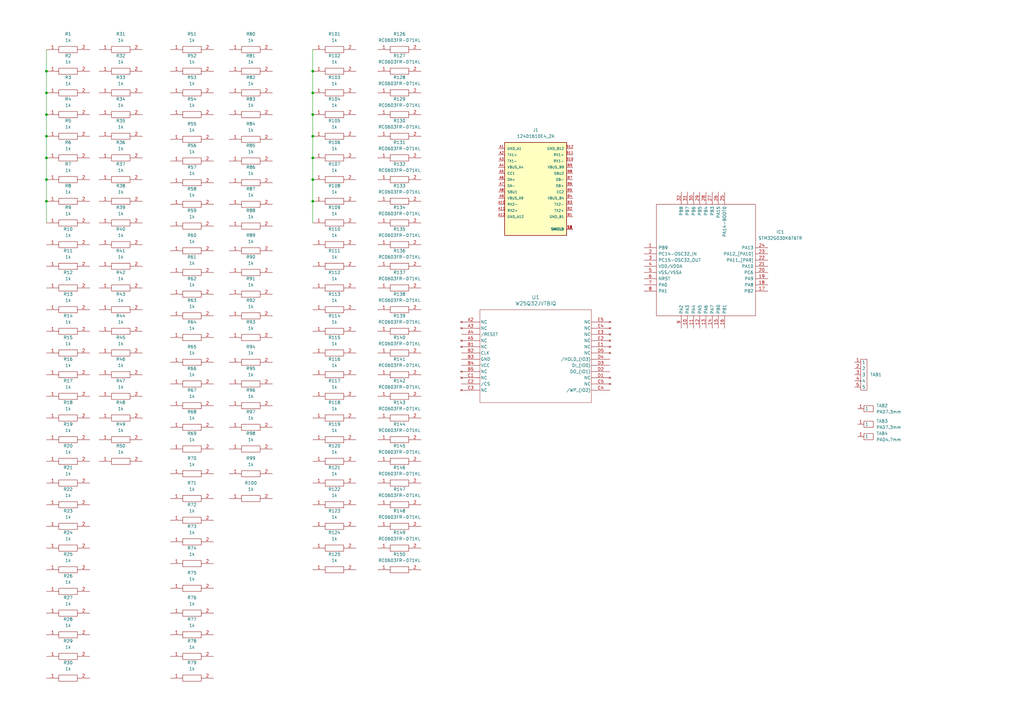
<source format=kicad_sch>
(kicad_sch (version 20230121) (generator eeschema)
  (paper "A3")
  (title_block (title "Lithium Test Bords") (date "2023-06-13") (rev "00.00") (company "Nidec Control Techniques"))
  (junction (at 128.27 64.77))
  (junction (at 128.27 29.21))
  (junction (at 128.27 55.88))
  (junction (at 128.27 38.1))
  (junction (at 19.05 29.21))
  (junction (at 19.05 46.99))
  (junction (at 19.05 55.88))
  (junction (at 19.05 38.1))
  (junction (at 19.05 82.55))
  (junction (at 19.05 73.66))
  (junction (at 128.27 82.55))
  (junction (at 128.27 73.66))
  (junction (at 19.05 64.77))
  (junction (at 128.27 46.99))
  (wire (pts (xy 19.05 73.66) (xy 19.05 82.55)))
  (wire (pts (xy 19.05 55.88) (xy 19.05 64.77)))
  (wire (pts (xy 128.27 55.88) (xy 128.27 64.77)))
  (wire (pts (xy 19.05 29.21) (xy 19.05 38.1)))
  (wire (pts (xy 19.05 38.1) (xy 19.05 46.99)))
  (wire (pts (xy 128.27 46.99) (xy 128.27 55.88)))
  (wire (pts (xy 19.05 46.99) (xy 19.05 55.88)))
  (wire (pts (xy 128.27 29.21) (xy 128.27 38.1)))
  (wire (pts (xy 19.05 64.77) (xy 19.05 73.66)))
  (wire (pts (xy 128.27 64.77) (xy 128.27 73.66)))
  (wire (pts (xy 19.05 20.32) (xy 19.05 29.21)))
  (wire (pts (xy 128.27 82.55) (xy 128.27 91.44)))
  (wire (pts (xy 19.05 82.55) (xy 19.05 91.44)))
  (wire (pts (xy 128.27 73.66) (xy 128.27 82.55)))
  (wire (pts (xy 128.27 20.32) (xy 128.27 29.21)))
  (wire (pts (xy 128.27 38.1) (xy 128.27 46.99)))
  (symbol (lib_id "SamacSys_Parts:RC0201FR-071KL") (at 19.05 207.01 0) (unit 1)
    (property "Reference" "R22" (at 27.94 200.66 0))
    (property "Value" "1k" (at 27.94 203.2 0))
    (property "Footprint" "RESC0603X26N" (effects hide))
    (property "Datasheet" "https://componentsearchengine.com/Datasheets/2/RC0201FR-071KL.pdf" (effects hide))
    (property "Description" "YAGEO - RC0201FR-071KL - SMD Chip Resistor, 1 kohm, +/- 1%, 50 mW, 0201 [0603 Metric], Thick Film, General Purpose" (effects hide))
    (property "Height" "0.26" (effects hide))
    (property "Mouser Part Number" "603-RC0201FR-071KL" (effects hide))
    (property "Mouser Price/Stock" "https://www.mouser.co.uk/ProductDetail/YAGEO/RC0201FR-071KL?qs=FLc6udek5PTmPyT6HHV8wg%3D%3D" (effects hide))
    (property "Manufacturer_Name" "YAGEO" (effects hide))
    (property "Manufacturer_Part_Number" "RC0201FR-071KL" (effects hide))
  )
  (symbol (lib_id "SamacSys_Parts:RC0603FR-071KL") (at 154.94 29.21 0) (unit 1)
    (property "Reference" "R127" (at 163.83 22.86 0))
    (property "Value" "RC0603FR-071KL" (at 163.83 25.4 0))
    (property "Footprint" "RESC1608X55N" (effects hide))
    (property "Datasheet" "https://www.yageo.com/upload/media/product/productsearch/datasheet/rchip/PYu-RC_Group_51_RoHS_L_12.pdf" (effects hide))
    (property "Description" "Res Thick Film 0603 1K Ohm 1% 0.1W(1/10W) +/-100ppm/C Epoxy Pad SMD T/R" (effects hide))
    (property "Height" "0.55" (effects hide))
    (property "Mouser Part Number" "603-RC0603FR-071KL" (effects hide))
    (property "Mouser Price/Stock" "https://www.mouser.co.uk/ProductDetail/YAGEO/RC0603FR-071KL?qs=VU8sRB4EgwApHsk4rF%2F3zg%3D%3D" (effects hide))
    (property "Manufacturer_Name" "YAGEO" (effects hide))
    (property "Manufacturer_Part_Number" "RC0603FR-071KL" (effects hide))
  )
  (symbol (lib_id "SamacSys_Parts:ERJ-U0XF1001Y") (at 69.85 166.37 0) (unit 1)
    (property "Reference" "R67" (at 78.74 160.02 0))
    (property "Value" "1k" (at 78.74 162.56 0))
    (property "Footprint" "RESC0402X15N" (effects hide))
    (property "Description" "Thick Film Resistors - SMD 01005 1KOhm 1% Anti-Sulf" (effects hide))
    (property "Height" "0.15" (effects hide))
    (property "Mouser Part Number" "667-ERJ-U0XF1001Y" (effects hide))
    (property "Mouser Price/Stock" "https://www.mouser.co.uk/ProductDetail/Panasonic/ERJ-U0XF1001Y?qs=7MVldsJ5UawWVI%2FxHOe5og%3D%3D" (effects hide))
    (property "Manufacturer_Name" "Panasonic" (effects hide))
    (property "Manufacturer_Part_Number" "ERJ-U0XF1001Y" (effects hide))
  )
  (symbol (lib_id "2023-06-20_12-51-46:W25Q32JVTBIQ") (at 189.23 132.08 0) (unit 1)
    (property "Reference" "U1" (at 219.71 121.92 0) (effects (font (size 1.524 1.524))))
    (property "Value" "W25Q32JVTBIQ" (at 219.71 124.46 0) (effects (font (size 1.524 1.524))))
    (property "Footprint" "BGA_JVTBIQ_WIN" (effects hide))
    (property "Datasheet" "W25Q32JVTBIQ" (effects hide))
  )
  (symbol (lib_id "SamacSys_Parts:RC0603FR-071KL") (at 154.94 224.79 0) (unit 1)
    (property "Reference" "R149" (at 163.83 218.44 0))
    (property "Value" "RC0603FR-071KL" (at 163.83 220.98 0))
    (property "Footprint" "RESC1608X55N" (effects hide))
    (property "Datasheet" "https://www.yageo.com/upload/media/product/productsearch/datasheet/rchip/PYu-RC_Group_51_RoHS_L_12.pdf" (effects hide))
    (property "Description" "Res Thick Film 0603 1K Ohm 1% 0.1W(1/10W) +/-100ppm/C Epoxy Pad SMD T/R" (effects hide))
    (property "Height" "0.55" (effects hide))
    (property "Mouser Part Number" "603-RC0603FR-071KL" (effects hide))
    (property "Mouser Price/Stock" "https://www.mouser.co.uk/ProductDetail/YAGEO/RC0603FR-071KL?qs=VU8sRB4EgwApHsk4rF%2F3zg%3D%3D" (effects hide))
    (property "Manufacturer_Name" "YAGEO" (effects hide))
    (property "Manufacturer_Part_Number" "RC0603FR-071KL" (effects hide))
  )
  (symbol (lib_id "SamacSys_Parts:ERJ-U0XF1001Y") (at 69.85 102.87 0) (unit 1)
    (property "Reference" "R60" (at 78.74 96.52 0))
    (property "Value" "1k" (at 78.74 99.06 0))
    (property "Footprint" "RESC0402X15N" (effects hide))
    (property "Description" "Thick Film Resistors - SMD 01005 1KOhm 1% Anti-Sulf" (effects hide))
    (property "Height" "0.15" (effects hide))
    (property "Mouser Part Number" "667-ERJ-U0XF1001Y" (effects hide))
    (property "Mouser Price/Stock" "https://www.mouser.co.uk/ProductDetail/Panasonic/ERJ-U0XF1001Y?qs=7MVldsJ5UawWVI%2FxHOe5og%3D%3D" (effects hide))
    (property "Manufacturer_Name" "Panasonic" (effects hide))
    (property "Manufacturer_Part_Number" "ERJ-U0XF1001Y" (effects hide))
  )
  (symbol (lib_id "SamacSys_Parts:RC0201FR-071KL") (at 19.05 38.1 0) (unit 1)
    (property "Reference" "R3" (at 27.94 31.75 0))
    (property "Value" "1k" (at 27.94 34.29 0))
    (property "Footprint" "RESC0603X26N" (effects hide))
    (property "Datasheet" "https://componentsearchengine.com/Datasheets/2/RC0201FR-071KL.pdf" (effects hide))
    (property "Description" "YAGEO - RC0201FR-071KL - SMD Chip Resistor, 1 kohm, +/- 1%, 50 mW, 0201 [0603 Metric], Thick Film, General Purpose" (effects hide))
    (property "Height" "0.26" (effects hide))
    (property "Mouser Part Number" "603-RC0201FR-071KL" (effects hide))
    (property "Mouser Price/Stock" "https://www.mouser.co.uk/ProductDetail/YAGEO/RC0201FR-071KL?qs=FLc6udek5PTmPyT6HHV8wg%3D%3D" (effects hide))
    (property "Manufacturer_Name" "YAGEO" (effects hide))
    (property "Manufacturer_Part_Number" "RC0201FR-071KL" (effects hide))
  )
  (symbol (lib_id "SamacSys_Parts:RC0201FR-071KL") (at 19.05 127 0) (unit 1)
    (property "Reference" "R13" (at 27.94 120.65 0))
    (property "Value" "1k" (at 27.94 123.19 0))
    (property "Footprint" "RESC0603X26N" (effects hide))
    (property "Datasheet" "https://componentsearchengine.com/Datasheets/2/RC0201FR-071KL.pdf" (effects hide))
    (property "Description" "YAGEO - RC0201FR-071KL - SMD Chip Resistor, 1 kohm, +/- 1%, 50 mW, 0201 [0603 Metric], Thick Film, General Purpose" (effects hide))
    (property "Height" "0.26" (effects hide))
    (property "Mouser Part Number" "603-RC0201FR-071KL" (effects hide))
    (property "Mouser Price/Stock" "https://www.mouser.co.uk/ProductDetail/YAGEO/RC0201FR-071KL?qs=FLc6udek5PTmPyT6HHV8wg%3D%3D" (effects hide))
    (property "Manufacturer_Name" "YAGEO" (effects hide))
    (property "Manufacturer_Part_Number" "RC0201FR-071KL" (effects hide))
  )
  (symbol (lib_id "SamacSys_Parts:RC0402FR-071KL") (at 128.27 64.77 0) (unit 1)
    (property "Reference" "R106" (at 137.16 58.42 0))
    (property "Value" "1k" (at 137.16 60.96 0))
    (property "Footprint" "RESC1005X40N" (effects hide))
    (property "Datasheet" "https://componentsearchengine.com/Datasheets/2/RC0402FR-071KL.pdf" (effects hide))
    (property "Description" "YAGEO - RC0402FR-071KL - Surface Mount Chip Resistor, Thick Film, RC Series, 1 kohm, 62.5 mW, 1%, 50 V, 0402 [1005 Metric] RoHS Compliant: Yes" (effects hide))
    (property "Height" "0.4" (effects hide))
    (property "Mouser Part Number" "603-RC0402FR-071KL" (effects hide))
    (property "Mouser Price/Stock" "https://www.mouser.co.uk/ProductDetail/YAGEO/RC0402FR-071KL?qs=V1yeUXFNrknDEmWLmm5v6g%3D%3D" (effects hide))
    (property "Manufacturer_Name" "YAGEO" (effects hide))
    (property "Manufacturer_Part_Number" "RC0402FR-071KL" (effects hide))
  )
  (symbol (lib_id "SamacSys_Parts:RC0402FR-071KL") (at 128.27 91.44 0) (unit 1)
    (property "Reference" "R109" (at 137.16 85.09 0))
    (property "Value" "1k" (at 137.16 87.63 0))
    (property "Footprint" "RESC1005X40N" (effects hide))
    (property "Datasheet" "https://componentsearchengine.com/Datasheets/2/RC0402FR-071KL.pdf" (effects hide))
    (property "Description" "YAGEO - RC0402FR-071KL - Surface Mount Chip Resistor, Thick Film, RC Series, 1 kohm, 62.5 mW, 1%, 50 V, 0402 [1005 Metric] RoHS Compliant: Yes" (effects hide))
    (property "Height" "0.4" (effects hide))
    (property "Mouser Part Number" "603-RC0402FR-071KL" (effects hide))
    (property "Mouser Price/Stock" "https://www.mouser.co.uk/ProductDetail/YAGEO/RC0402FR-071KL?qs=V1yeUXFNrknDEmWLmm5v6g%3D%3D" (effects hide))
    (property "Manufacturer_Name" "YAGEO" (effects hide))
    (property "Manufacturer_Part_Number" "RC0402FR-071KL" (effects hide))
  )
  (symbol (lib_id "SamacSys_Parts:RC0201FR-071KL") (at 19.05 198.12 0) (unit 1)
    (property "Reference" "R21" (at 27.94 191.77 0))
    (property "Value" "1k" (at 27.94 194.31 0))
    (property "Footprint" "RESC0603X26N" (effects hide))
    (property "Datasheet" "https://componentsearchengine.com/Datasheets/2/RC0201FR-071KL.pdf" (effects hide))
    (property "Description" "YAGEO - RC0201FR-071KL - SMD Chip Resistor, 1 kohm, +/- 1%, 50 mW, 0201 [0603 Metric], Thick Film, General Purpose" (effects hide))
    (property "Height" "0.26" (effects hide))
    (property "Mouser Part Number" "603-RC0201FR-071KL" (effects hide))
    (property "Mouser Price/Stock" "https://www.mouser.co.uk/ProductDetail/YAGEO/RC0201FR-071KL?qs=FLc6udek5PTmPyT6HHV8wg%3D%3D" (effects hide))
    (property "Manufacturer_Name" "YAGEO" (effects hide))
    (property "Manufacturer_Part_Number" "RC0201FR-071KL" (effects hide))
  )
  (symbol (lib_id "SamacSys_Parts:ERJ-U0XF1001Y") (at 93.98 57.15 0) (unit 1)
    (property "Reference" "R84" (at 102.87 50.8 0))
    (property "Value" "1k" (at 102.87 53.34 0))
    (property "Footprint" "RESC0402X15N" (effects hide))
    (property "Description" "Thick Film Resistors - SMD 01005 1KOhm 1% Anti-Sulf" (effects hide))
    (property "Height" "0.15" (effects hide))
    (property "Mouser Part Number" "667-ERJ-U0XF1001Y" (effects hide))
    (property "Mouser Price/Stock" "https://www.mouser.co.uk/ProductDetail/Panasonic/ERJ-U0XF1001Y?qs=7MVldsJ5UawWVI%2FxHOe5og%3D%3D" (effects hide))
    (property "Manufacturer_Name" "Panasonic" (effects hide))
    (property "Manufacturer_Part_Number" "ERJ-U0XF1001Y" (effects hide))
  )
  (symbol (lib_id "SamacSys_Parts:RC0603FR-071KL") (at 154.94 189.23 0) (unit 1)
    (property "Reference" "R145" (at 163.83 182.88 0))
    (property "Value" "RC0603FR-071KL" (at 163.83 185.42 0))
    (property "Footprint" "RESC1608X55N" (effects hide))
    (property "Datasheet" "https://www.yageo.com/upload/media/product/productsearch/datasheet/rchip/PYu-RC_Group_51_RoHS_L_12.pdf" (effects hide))
    (property "Description" "Res Thick Film 0603 1K Ohm 1% 0.1W(1/10W) +/-100ppm/C Epoxy Pad SMD T/R" (effects hide))
    (property "Height" "0.55" (effects hide))
    (property "Mouser Part Number" "603-RC0603FR-071KL" (effects hide))
    (property "Mouser Price/Stock" "https://www.mouser.co.uk/ProductDetail/YAGEO/RC0603FR-071KL?qs=VU8sRB4EgwApHsk4rF%2F3zg%3D%3D" (effects hide))
    (property "Manufacturer_Name" "YAGEO" (effects hide))
    (property "Manufacturer_Part_Number" "RC0603FR-071KL" (effects hide))
  )
  (symbol (lib_id "SamacSys_Parts:RC0402FR-071KL") (at 128.27 109.22 0) (unit 1)
    (property "Reference" "R111" (at 137.16 102.87 0))
    (property "Value" "1k" (at 137.16 105.41 0))
    (property "Footprint" "RESC1005X40N" (effects hide))
    (property "Datasheet" "https://componentsearchengine.com/Datasheets/2/RC0402FR-071KL.pdf" (effects hide))
    (property "Description" "YAGEO - RC0402FR-071KL - Surface Mount Chip Resistor, Thick Film, RC Series, 1 kohm, 62.5 mW, 1%, 50 V, 0402 [1005 Metric] RoHS Compliant: Yes" (effects hide))
    (property "Height" "0.4" (effects hide))
    (property "Mouser Part Number" "603-RC0402FR-071KL" (effects hide))
    (property "Mouser Price/Stock" "https://www.mouser.co.uk/ProductDetail/YAGEO/RC0402FR-071KL?qs=V1yeUXFNrknDEmWLmm5v6g%3D%3D" (effects hide))
    (property "Manufacturer_Name" "YAGEO" (effects hide))
    (property "Manufacturer_Part_Number" "RC0402FR-071KL" (effects hide))
  )
  (symbol (lib_id "SamacSys_Parts:RC0402FR-071KL") (at 128.27 144.78 0) (unit 1)
    (property "Reference" "R115" (at 137.16 138.43 0))
    (property "Value" "1k" (at 137.16 140.97 0))
    (property "Footprint" "RESC1005X40N" (effects hide))
    (property "Datasheet" "https://componentsearchengine.com/Datasheets/2/RC0402FR-071KL.pdf" (effects hide))
    (property "Description" "YAGEO - RC0402FR-071KL - Surface Mount Chip Resistor, Thick Film, RC Series, 1 kohm, 62.5 mW, 1%, 50 V, 0402 [1005 Metric] RoHS Compliant: Yes" (effects hide))
    (property "Height" "0.4" (effects hide))
    (property "Mouser Part Number" "603-RC0402FR-071KL" (effects hide))
    (property "Mouser Price/Stock" "https://www.mouser.co.uk/ProductDetail/YAGEO/RC0402FR-071KL?qs=V1yeUXFNrknDEmWLmm5v6g%3D%3D" (effects hide))
    (property "Manufacturer_Name" "YAGEO" (effects hide))
    (property "Manufacturer_Part_Number" "RC0402FR-071KL" (effects hide))
  )
  (symbol (lib_id "CustomPads:PAD7.3mm") (at 354.33 167.64 0) (unit 1)
    (property "Reference" "TAB2" (at 359.41 166.37 0) (effects (justify left)))
    (property "Value" "PAD7.3mm" (at 359.41 168.91 0) (effects (justify left)))
    (property "Footprint" "CustomPads:PAD7.3mm" (effects hide))
  )
  (symbol (lib_id "SamacSys_Parts:RC0201FR-071KL") (at 40.64 46.99 0) (unit 1)
    (property "Reference" "R34" (at 49.53 40.64 0))
    (property "Value" "1k" (at 49.53 43.18 0))
    (property "Footprint" "RESC0603X26N" (effects hide))
    (property "Datasheet" "https://componentsearchengine.com/Datasheets/2/RC0201FR-071KL.pdf" (effects hide))
    (property "Description" "YAGEO - RC0201FR-071KL - SMD Chip Resistor, 1 kohm, +/- 1%, 50 mW, 0201 [0603 Metric], Thick Film, General Purpose" (effects hide))
    (property "Height" "0.26" (effects hide))
    (property "Mouser Part Number" "603-RC0201FR-071KL" (effects hide))
    (property "Mouser Price/Stock" "https://www.mouser.co.uk/ProductDetail/YAGEO/RC0201FR-071KL?qs=FLc6udek5PTmPyT6HHV8wg%3D%3D" (effects hide))
    (property "Manufacturer_Name" "YAGEO" (effects hide))
    (property "Manufacturer_Part_Number" "RC0201FR-071KL" (effects hide))
  )
  (symbol (lib_id "SamacSys_Parts:RC0603FR-071KL") (at 154.94 109.22 0) (unit 1)
    (property "Reference" "R136" (at 163.83 102.87 0))
    (property "Value" "RC0603FR-071KL" (at 163.83 105.41 0))
    (property "Footprint" "RESC1608X55N" (effects hide))
    (property "Datasheet" "https://www.yageo.com/upload/media/product/productsearch/datasheet/rchip/PYu-RC_Group_51_RoHS_L_12.pdf" (effects hide))
    (property "Description" "Res Thick Film 0603 1K Ohm 1% 0.1W(1/10W) +/-100ppm/C Epoxy Pad SMD T/R" (effects hide))
    (property "Height" "0.55" (effects hide))
    (property "Mouser Part Number" "603-RC0603FR-071KL" (effects hide))
    (property "Mouser Price/Stock" "https://www.mouser.co.uk/ProductDetail/YAGEO/RC0603FR-071KL?qs=VU8sRB4EgwApHsk4rF%2F3zg%3D%3D" (effects hide))
    (property "Manufacturer_Name" "YAGEO" (effects hide))
    (property "Manufacturer_Part_Number" "RC0603FR-071KL" (effects hide))
  )
  (symbol (lib_id "SamacSys_Parts:ERJ-U0XF1001Y") (at 69.85 20.32 0) (unit 1)
    (property "Reference" "R51" (at 78.74 13.97 0))
    (property "Value" "1k" (at 78.74 16.51 0))
    (property "Footprint" "RESC0402X15N" (effects hide))
    (property "Description" "Thick Film Resistors - SMD 01005 1KOhm 1% Anti-Sulf" (effects hide))
    (property "Height" "0.15" (effects hide))
    (property "Mouser Part Number" "667-ERJ-U0XF1001Y" (effects hide))
    (property "Mouser Price/Stock" "https://www.mouser.co.uk/ProductDetail/Panasonic/ERJ-U0XF1001Y?qs=7MVldsJ5UawWVI%2FxHOe5og%3D%3D" (effects hide))
    (property "Manufacturer_Name" "Panasonic" (effects hide))
    (property "Manufacturer_Part_Number" "ERJ-U0XF1001Y" (effects hide))
  )
  (symbol (lib_id "SamacSys_Parts:RC0201FR-071KL") (at 40.64 153.67 0) (unit 1)
    (property "Reference" "R46" (at 49.53 147.32 0))
    (property "Value" "1k" (at 49.53 149.86 0))
    (property "Footprint" "RESC0603X26N" (effects hide))
    (property "Datasheet" "https://componentsearchengine.com/Datasheets/2/RC0201FR-071KL.pdf" (effects hide))
    (property "Description" "YAGEO - RC0201FR-071KL - SMD Chip Resistor, 1 kohm, +/- 1%, 50 mW, 0201 [0603 Metric], Thick Film, General Purpose" (effects hide))
    (property "Height" "0.26" (effects hide))
    (property "Mouser Part Number" "603-RC0201FR-071KL" (effects hide))
    (property "Mouser Price/Stock" "https://www.mouser.co.uk/ProductDetail/YAGEO/RC0201FR-071KL?qs=FLc6udek5PTmPyT6HHV8wg%3D%3D" (effects hide))
    (property "Manufacturer_Name" "YAGEO" (effects hide))
    (property "Manufacturer_Part_Number" "RC0201FR-071KL" (effects hide))
  )
  (symbol (lib_id "SamacSys_Parts:RC0201FR-071KL") (at 19.05 118.11 0) (unit 1)
    (property "Reference" "R12" (at 27.94 111.76 0))
    (property "Value" "1k" (at 27.94 114.3 0))
    (property "Footprint" "RESC0603X26N" (effects hide))
    (property "Datasheet" "https://componentsearchengine.com/Datasheets/2/RC0201FR-071KL.pdf" (effects hide))
    (property "Description" "YAGEO - RC0201FR-071KL - SMD Chip Resistor, 1 kohm, +/- 1%, 50 mW, 0201 [0603 Metric], Thick Film, General Purpose" (effects hide))
    (property "Height" "0.26" (effects hide))
    (property "Mouser Part Number" "603-RC0201FR-071KL" (effects hide))
    (property "Mouser Price/Stock" "https://www.mouser.co.uk/ProductDetail/YAGEO/RC0201FR-071KL?qs=FLc6udek5PTmPyT6HHV8wg%3D%3D" (effects hide))
    (property "Manufacturer_Name" "YAGEO" (effects hide))
    (property "Manufacturer_Part_Number" "RC0201FR-071KL" (effects hide))
  )
  (symbol (lib_id "SamacSys_Parts:RC0201FR-071KL") (at 40.64 109.22 0) (unit 1)
    (property "Reference" "R41" (at 49.53 102.87 0))
    (property "Value" "1k" (at 49.53 105.41 0))
    (property "Footprint" "RESC0603X26N" (effects hide))
    (property "Datasheet" "https://componentsearchengine.com/Datasheets/2/RC0201FR-071KL.pdf" (effects hide))
    (property "Description" "YAGEO - RC0201FR-071KL - SMD Chip Resistor, 1 kohm, +/- 1%, 50 mW, 0201 [0603 Metric], Thick Film, General Purpose" (effects hide))
    (property "Height" "0.26" (effects hide))
    (property "Mouser Part Number" "603-RC0201FR-071KL" (effects hide))
    (property "Mouser Price/Stock" "https://www.mouser.co.uk/ProductDetail/YAGEO/RC0201FR-071KL?qs=FLc6udek5PTmPyT6HHV8wg%3D%3D" (effects hide))
    (property "Manufacturer_Name" "YAGEO" (effects hide))
    (property "Manufacturer_Part_Number" "RC0201FR-071KL" (effects hide))
  )
  (symbol (lib_id "SamacSys_Parts:RC0603FR-071KL") (at 154.94 215.9 0) (unit 1)
    (property "Reference" "R148" (at 163.83 209.55 0))
    (property "Value" "RC0603FR-071KL" (at 163.83 212.09 0))
    (property "Footprint" "RESC1608X55N" (effects hide))
    (property "Datasheet" "https://www.yageo.com/upload/media/product/productsearch/datasheet/rchip/PYu-RC_Group_51_RoHS_L_12.pdf" (effects hide))
    (property "Description" "Res Thick Film 0603 1K Ohm 1% 0.1W(1/10W) +/-100ppm/C Epoxy Pad SMD T/R" (effects hide))
    (property "Height" "0.55" (effects hide))
    (property "Mouser Part Number" "603-RC0603FR-071KL" (effects hide))
    (property "Mouser Price/Stock" "https://www.mouser.co.uk/ProductDetail/YAGEO/RC0603FR-071KL?qs=VU8sRB4EgwApHsk4rF%2F3zg%3D%3D" (effects hide))
    (property "Manufacturer_Name" "YAGEO" (effects hide))
    (property "Manufacturer_Part_Number" "RC0603FR-071KL" (effects hide))
  )
  (symbol (lib_id "SamacSys_Parts:RC0201FR-071KL") (at 40.64 180.34 0) (unit 1)
    (property "Reference" "R49" (at 49.53 173.99 0))
    (property "Value" "1k" (at 49.53 176.53 0))
    (property "Footprint" "RESC0603X26N" (effects hide))
    (property "Datasheet" "https://componentsearchengine.com/Datasheets/2/RC0201FR-071KL.pdf" (effects hide))
    (property "Description" "YAGEO - RC0201FR-071KL - SMD Chip Resistor, 1 kohm, +/- 1%, 50 mW, 0201 [0603 Metric], Thick Film, General Purpose" (effects hide))
    (property "Height" "0.26" (effects hide))
    (property "Mouser Part Number" "603-RC0201FR-071KL" (effects hide))
    (property "Mouser Price/Stock" "https://www.mouser.co.uk/ProductDetail/YAGEO/RC0201FR-071KL?qs=FLc6udek5PTmPyT6HHV8wg%3D%3D" (effects hide))
    (property "Manufacturer_Name" "YAGEO" (effects hide))
    (property "Manufacturer_Part_Number" "RC0201FR-071KL" (effects hide))
  )
  (symbol (lib_id "SamacSys_Parts:RC0201FR-071KL") (at 19.05 91.44 0) (unit 1)
    (property "Reference" "R9" (at 27.94 85.09 0))
    (property "Value" "1k" (at 27.94 87.63 0))
    (property "Footprint" "RESC0603X26N" (effects hide))
    (property "Datasheet" "https://componentsearchengine.com/Datasheets/2/RC0201FR-071KL.pdf" (effects hide))
    (property "Description" "YAGEO - RC0201FR-071KL - SMD Chip Resistor, 1 kohm, +/- 1%, 50 mW, 0201 [0603 Metric], Thick Film, General Purpose" (effects hide))
    (property "Height" "0.26" (effects hide))
    (property "Mouser Part Number" "603-RC0201FR-071KL" (effects hide))
    (property "Mouser Price/Stock" "https://www.mouser.co.uk/ProductDetail/YAGEO/RC0201FR-071KL?qs=FLc6udek5PTmPyT6HHV8wg%3D%3D" (effects hide))
    (property "Manufacturer_Name" "YAGEO" (effects hide))
    (property "Manufacturer_Part_Number" "RC0201FR-071KL" (effects hide))
  )
  (symbol (lib_id "SamacSys_Parts:ERJ-U0XF1001Y") (at 69.85 66.04 0) (unit 1)
    (property "Reference" "R56" (at 78.74 59.69 0))
    (property "Value" "1k" (at 78.74 62.23 0))
    (property "Footprint" "RESC0402X15N" (effects hide))
    (property "Description" "Thick Film Resistors - SMD 01005 1KOhm 1% Anti-Sulf" (effects hide))
    (property "Height" "0.15" (effects hide))
    (property "Mouser Part Number" "667-ERJ-U0XF1001Y" (effects hide))
    (property "Mouser Price/Stock" "https://www.mouser.co.uk/ProductDetail/Panasonic/ERJ-U0XF1001Y?qs=7MVldsJ5UawWVI%2FxHOe5og%3D%3D" (effects hide))
    (property "Manufacturer_Name" "Panasonic" (effects hide))
    (property "Manufacturer_Part_Number" "ERJ-U0XF1001Y" (effects hide))
  )
  (symbol (lib_id "SamacSys_Parts:ERJ-U0XF1001Y") (at 93.98 166.37 0) (unit 1)
    (property "Reference" "R96" (at 102.87 160.02 0))
    (property "Value" "1k" (at 102.87 162.56 0))
    (property "Footprint" "RESC0402X15N" (effects hide))
    (property "Description" "Thick Film Resistors - SMD 01005 1KOhm 1% Anti-Sulf" (effects hide))
    (property "Height" "0.15" (effects hide))
    (property "Mouser Part Number" "667-ERJ-U0XF1001Y" (effects hide))
    (property "Mouser Price/Stock" "https://www.mouser.co.uk/ProductDetail/Panasonic/ERJ-U0XF1001Y?qs=7MVldsJ5UawWVI%2FxHOe5og%3D%3D" (effects hide))
    (property "Manufacturer_Name" "Panasonic" (effects hide))
    (property "Manufacturer_Part_Number" "ERJ-U0XF1001Y" (effects hide))
  )
  (symbol (lib_id "SamacSys_Parts:RC0201FR-071KL") (at 19.05 144.78 0) (unit 1)
    (property "Reference" "R15" (at 27.94 138.43 0))
    (property "Value" "1k" (at 27.94 140.97 0))
    (property "Footprint" "RESC0603X26N" (effects hide))
    (property "Datasheet" "https://componentsearchengine.com/Datasheets/2/RC0201FR-071KL.pdf" (effects hide))
    (property "Description" "YAGEO - RC0201FR-071KL - SMD Chip Resistor, 1 kohm, +/- 1%, 50 mW, 0201 [0603 Metric], Thick Film, General Purpose" (effects hide))
    (property "Height" "0.26" (effects hide))
    (property "Mouser Part Number" "603-RC0201FR-071KL" (effects hide))
    (property "Mouser Price/Stock" "https://www.mouser.co.uk/ProductDetail/YAGEO/RC0201FR-071KL?qs=FLc6udek5PTmPyT6HHV8wg%3D%3D" (effects hide))
    (property "Manufacturer_Name" "YAGEO" (effects hide))
    (property "Manufacturer_Part_Number" "RC0201FR-071KL" (effects hide))
  )
  (symbol (lib_id "SamacSys_Parts:RC0201FR-071KL") (at 40.64 100.33 0) (unit 1)
    (property "Reference" "R40" (at 49.53 93.98 0))
    (property "Value" "1k" (at 49.53 96.52 0))
    (property "Footprint" "RESC0603X26N" (effects hide))
    (property "Datasheet" "https://componentsearchengine.com/Datasheets/2/RC0201FR-071KL.pdf" (effects hide))
    (property "Description" "YAGEO - RC0201FR-071KL - SMD Chip Resistor, 1 kohm, +/- 1%, 50 mW, 0201 [0603 Metric], Thick Film, General Purpose" (effects hide))
    (property "Height" "0.26" (effects hide))
    (property "Mouser Part Number" "603-RC0201FR-071KL" (effects hide))
    (property "Mouser Price/Stock" "https://www.mouser.co.uk/ProductDetail/YAGEO/RC0201FR-071KL?qs=FLc6udek5PTmPyT6HHV8wg%3D%3D" (effects hide))
    (property "Manufacturer_Name" "YAGEO" (effects hide))
    (property "Manufacturer_Part_Number" "RC0201FR-071KL" (effects hide))
  )
  (symbol (lib_id "SamacSys_Parts:RC0603FR-071KL") (at 154.94 127 0) (unit 1)
    (property "Reference" "R138" (at 163.83 120.65 0))
    (property "Value" "RC0603FR-071KL" (at 163.83 123.19 0))
    (property "Footprint" "RESC1608X55N" (effects hide))
    (property "Datasheet" "https://www.yageo.com/upload/media/product/productsearch/datasheet/rchip/PYu-RC_Group_51_RoHS_L_12.pdf" (effects hide))
    (property "Description" "Res Thick Film 0603 1K Ohm 1% 0.1W(1/10W) +/-100ppm/C Epoxy Pad SMD T/R" (effects hide))
    (property "Height" "0.55" (effects hide))
    (property "Mouser Part Number" "603-RC0603FR-071KL" (effects hide))
    (property "Mouser Price/Stock" "https://www.mouser.co.uk/ProductDetail/YAGEO/RC0603FR-071KL?qs=VU8sRB4EgwApHsk4rF%2F3zg%3D%3D" (effects hide))
    (property "Manufacturer_Name" "YAGEO" (effects hide))
    (property "Manufacturer_Part_Number" "RC0603FR-071KL" (effects hide))
  )
  (symbol (lib_id "SamacSys_Parts:ERJ-U0XF1001Y") (at 69.85 111.76 0) (unit 1)
    (property "Reference" "R61" (at 78.74 105.41 0))
    (property "Value" "1k" (at 78.74 107.95 0))
    (property "Footprint" "RESC0402X15N" (effects hide))
    (property "Description" "Thick Film Resistors - SMD 01005 1KOhm 1% Anti-Sulf" (effects hide))
    (property "Height" "0.15" (effects hide))
    (property "Mouser Part Number" "667-ERJ-U0XF1001Y" (effects hide))
    (property "Mouser Price/Stock" "https://www.mouser.co.uk/ProductDetail/Panasonic/ERJ-U0XF1001Y?qs=7MVldsJ5UawWVI%2FxHOe5og%3D%3D" (effects hide))
    (property "Manufacturer_Name" "Panasonic" (effects hide))
    (property "Manufacturer_Part_Number" "ERJ-U0XF1001Y" (effects hide))
  )
  (symbol (lib_id "SamacSys_Parts:RC0603FR-071KL") (at 154.94 198.12 0) (unit 1)
    (property "Reference" "R146" (at 163.83 191.77 0))
    (property "Value" "RC0603FR-071KL" (at 163.83 194.31 0))
    (property "Footprint" "RESC1608X55N" (effects hide))
    (property "Datasheet" "https://www.yageo.com/upload/media/product/productsearch/datasheet/rchip/PYu-RC_Group_51_RoHS_L_12.pdf" (effects hide))
    (property "Description" "Res Thick Film 0603 1K Ohm 1% 0.1W(1/10W) +/-100ppm/C Epoxy Pad SMD T/R" (effects hide))
    (property "Height" "0.55" (effects hide))
    (property "Mouser Part Number" "603-RC0603FR-071KL" (effects hide))
    (property "Mouser Price/Stock" "https://www.mouser.co.uk/ProductDetail/YAGEO/RC0603FR-071KL?qs=VU8sRB4EgwApHsk4rF%2F3zg%3D%3D" (effects hide))
    (property "Manufacturer_Name" "YAGEO" (effects hide))
    (property "Manufacturer_Part_Number" "RC0603FR-071KL" (effects hide))
  )
  (symbol (lib_id "SamacSys_Parts:ERJ-U0XF1001Y") (at 93.98 38.1 0) (unit 1)
    (property "Reference" "R82" (at 102.87 31.75 0))
    (property "Value" "1k" (at 102.87 34.29 0))
    (property "Footprint" "RESC0402X15N" (effects hide))
    (property "Description" "Thick Film Resistors - SMD 01005 1KOhm 1% Anti-Sulf" (effects hide))
    (property "Height" "0.15" (effects hide))
    (property "Mouser Part Number" "667-ERJ-U0XF1001Y" (effects hide))
    (property "Mouser Price/Stock" "https://www.mouser.co.uk/ProductDetail/Panasonic/ERJ-U0XF1001Y?qs=7MVldsJ5UawWVI%2FxHOe5og%3D%3D" (effects hide))
    (property "Manufacturer_Name" "Panasonic" (effects hide))
    (property "Manufacturer_Part_Number" "ERJ-U0XF1001Y" (effects hide))
  )
  (symbol (lib_id "SamacSys_Parts:ERJ-U0XF1001Y") (at 93.98 120.65 0) (unit 1)
    (property "Reference" "R91" (at 102.87 114.3 0))
    (property "Value" "1k" (at 102.87 116.84 0))
    (property "Footprint" "RESC0402X15N" (effects hide))
    (property "Description" "Thick Film Resistors - SMD 01005 1KOhm 1% Anti-Sulf" (effects hide))
    (property "Height" "0.15" (effects hide))
    (property "Mouser Part Number" "667-ERJ-U0XF1001Y" (effects hide))
    (property "Mouser Price/Stock" "https://www.mouser.co.uk/ProductDetail/Panasonic/ERJ-U0XF1001Y?qs=7MVldsJ5UawWVI%2FxHOe5og%3D%3D" (effects hide))
    (property "Manufacturer_Name" "Panasonic" (effects hide))
    (property "Manufacturer_Part_Number" "ERJ-U0XF1001Y" (effects hide))
  )
  (symbol (lib_id "SamacSys_Parts:ERJ-U0XF1001Y") (at 93.98 175.26 0) (unit 1)
    (property "Reference" "R97" (at 102.87 168.91 0))
    (property "Value" "1k" (at 102.87 171.45 0))
    (property "Footprint" "RESC0402X15N" (effects hide))
    (property "Description" "Thick Film Resistors - SMD 01005 1KOhm 1% Anti-Sulf" (effects hide))
    (property "Height" "0.15" (effects hide))
    (property "Mouser Part Number" "667-ERJ-U0XF1001Y" (effects hide))
    (property "Mouser Price/Stock" "https://www.mouser.co.uk/ProductDetail/Panasonic/ERJ-U0XF1001Y?qs=7MVldsJ5UawWVI%2FxHOe5og%3D%3D" (effects hide))
    (property "Manufacturer_Name" "Panasonic" (effects hide))
    (property "Manufacturer_Part_Number" "ERJ-U0XF1001Y" (effects hide))
  )
  (symbol (lib_id "SamacSys_Parts:RC0603FR-071KL") (at 154.94 118.11 0) (unit 1)
    (property "Reference" "R137" (at 163.83 111.76 0))
    (property "Value" "RC0603FR-071KL" (at 163.83 114.3 0))
    (property "Footprint" "RESC1608X55N" (effects hide))
    (property "Datasheet" "https://www.yageo.com/upload/media/product/productsearch/datasheet/rchip/PYu-RC_Group_51_RoHS_L_12.pdf" (effects hide))
    (property "Description" "Res Thick Film 0603 1K Ohm 1% 0.1W(1/10W) +/-100ppm/C Epoxy Pad SMD T/R" (effects hide))
    (property "Height" "0.55" (effects hide))
    (property "Mouser Part Number" "603-RC0603FR-071KL" (effects hide))
    (property "Mouser Price/Stock" "https://www.mouser.co.uk/ProductDetail/YAGEO/RC0603FR-071KL?qs=VU8sRB4EgwApHsk4rF%2F3zg%3D%3D" (effects hide))
    (property "Manufacturer_Name" "YAGEO" (effects hide))
    (property "Manufacturer_Part_Number" "RC0603FR-071KL" (effects hide))
  )
  (symbol (lib_id "SamacSys_Parts:RC0603FR-071KL") (at 154.94 64.77 0) (unit 1)
    (property "Reference" "R131" (at 163.83 58.42 0))
    (property "Value" "RC0603FR-071KL" (at 163.83 60.96 0))
    (property "Footprint" "RESC1608X55N" (effects hide))
    (property "Datasheet" "https://www.yageo.com/upload/media/product/productsearch/datasheet/rchip/PYu-RC_Group_51_RoHS_L_12.pdf" (effects hide))
    (property "Description" "Res Thick Film 0603 1K Ohm 1% 0.1W(1/10W) +/-100ppm/C Epoxy Pad SMD T/R" (effects hide))
    (property "Height" "0.55" (effects hide))
    (property "Mouser Part Number" "603-RC0603FR-071KL" (effects hide))
    (property "Mouser Price/Stock" "https://www.mouser.co.uk/ProductDetail/YAGEO/RC0603FR-071KL?qs=VU8sRB4EgwApHsk4rF%2F3zg%3D%3D" (effects hide))
    (property "Manufacturer_Name" "YAGEO" (effects hide))
    (property "Manufacturer_Part_Number" "RC0603FR-071KL" (effects hide))
  )
  (symbol (lib_id "SamacSys_Parts:RC0201FR-071KL") (at 19.05 73.66 0) (unit 1)
    (property "Reference" "R7" (at 27.94 67.31 0))
    (property "Value" "1k" (at 27.94 69.85 0))
    (property "Footprint" "RESC0603X26N" (effects hide))
    (property "Datasheet" "https://componentsearchengine.com/Datasheets/2/RC0201FR-071KL.pdf" (effects hide))
    (property "Description" "YAGEO - RC0201FR-071KL - SMD Chip Resistor, 1 kohm, +/- 1%, 50 mW, 0201 [0603 Metric], Thick Film, General Purpose" (effects hide))
    (property "Height" "0.26" (effects hide))
    (property "Mouser Part Number" "603-RC0201FR-071KL" (effects hide))
    (property "Mouser Price/Stock" "https://www.mouser.co.uk/ProductDetail/YAGEO/RC0201FR-071KL?qs=FLc6udek5PTmPyT6HHV8wg%3D%3D" (effects hide))
    (property "Manufacturer_Name" "YAGEO" (effects hide))
    (property "Manufacturer_Part_Number" "RC0201FR-071KL" (effects hide))
  )
  (symbol (lib_id "SamacSys_Parts:ERJ-U0XF1001Y") (at 93.98 111.76 0) (unit 1)
    (property "Reference" "R90" (at 102.87 105.41 0))
    (property "Value" "1k" (at 102.87 107.95 0))
    (property "Footprint" "RESC0402X15N" (effects hide))
    (property "Description" "Thick Film Resistors - SMD 01005 1KOhm 1% Anti-Sulf" (effects hide))
    (property "Height" "0.15" (effects hide))
    (property "Mouser Part Number" "667-ERJ-U0XF1001Y" (effects hide))
    (property "Mouser Price/Stock" "https://www.mouser.co.uk/ProductDetail/Panasonic/ERJ-U0XF1001Y?qs=7MVldsJ5UawWVI%2FxHOe5og%3D%3D" (effects hide))
    (property "Manufacturer_Name" "Panasonic" (effects hide))
    (property "Manufacturer_Part_Number" "ERJ-U0XF1001Y" (effects hide))
  )
  (symbol (lib_id "SamacSys_Parts:ERJ-U0XF1001Y") (at 69.85 175.26 0) (unit 1)
    (property "Reference" "R68" (at 78.74 168.91 0))
    (property "Value" "1k" (at 78.74 171.45 0))
    (property "Footprint" "RESC0402X15N" (effects hide))
    (property "Description" "Thick Film Resistors - SMD 01005 1KOhm 1% Anti-Sulf" (effects hide))
    (property "Height" "0.15" (effects hide))
    (property "Mouser Part Number" "667-ERJ-U0XF1001Y" (effects hide))
    (property "Mouser Price/Stock" "https://www.mouser.co.uk/ProductDetail/Panasonic/ERJ-U0XF1001Y?qs=7MVldsJ5UawWVI%2FxHOe5og%3D%3D" (effects hide))
    (property "Manufacturer_Name" "Panasonic" (effects hide))
    (property "Manufacturer_Part_Number" "ERJ-U0XF1001Y" (effects hide))
  )
  (symbol (lib_id "SamacSys_Parts:RC0603FR-071KL") (at 154.94 162.56 0) (unit 1)
    (property "Reference" "R142" (at 163.83 156.21 0))
    (property "Value" "RC0603FR-071KL" (at 163.83 158.75 0))
    (property "Footprint" "RESC1608X55N" (effects hide))
    (property "Datasheet" "https://www.yageo.com/upload/media/product/productsearch/datasheet/rchip/PYu-RC_Group_51_RoHS_L_12.pdf" (effects hide))
    (property "Description" "Res Thick Film 0603 1K Ohm 1% 0.1W(1/10W) +/-100ppm/C Epoxy Pad SMD T/R" (effects hide))
    (property "Height" "0.55" (effects hide))
    (property "Mouser Part Number" "603-RC0603FR-071KL" (effects hide))
    (property "Mouser Price/Stock" "https://www.mouser.co.uk/ProductDetail/YAGEO/RC0603FR-071KL?qs=VU8sRB4EgwApHsk4rF%2F3zg%3D%3D" (effects hide))
    (property "Manufacturer_Name" "YAGEO" (effects hide))
    (property "Manufacturer_Part_Number" "RC0603FR-071KL" (effects hide))
  )
  (symbol (lib_id "SamacSys_Parts:ERJ-U0XF1001Y") (at 93.98 66.04 0) (unit 1)
    (property "Reference" "R85" (at 102.87 59.69 0))
    (property "Value" "1k" (at 102.87 62.23 0))
    (property "Footprint" "RESC0402X15N" (effects hide))
    (property "Description" "Thick Film Resistors - SMD 01005 1KOhm 1% Anti-Sulf" (effects hide))
    (property "Height" "0.15" (effects hide))
    (property "Mouser Part Number" "667-ERJ-U0XF1001Y" (effects hide))
    (property "Mouser Price/Stock" "https://www.mouser.co.uk/ProductDetail/Panasonic/ERJ-U0XF1001Y?qs=7MVldsJ5UawWVI%2FxHOe5og%3D%3D" (effects hide))
    (property "Manufacturer_Name" "Panasonic" (effects hide))
    (property "Manufacturer_Part_Number" "ERJ-U0XF1001Y" (effects hide))
  )
  (symbol (lib_id "SamacSys_Parts:RC0201FR-071KL") (at 19.05 46.99 0) (unit 1)
    (property "Reference" "R4" (at 27.94 40.64 0))
    (property "Value" "1k" (at 27.94 43.18 0))
    (property "Footprint" "RESC0603X26N" (effects hide))
    (property "Datasheet" "https://componentsearchengine.com/Datasheets/2/RC0201FR-071KL.pdf" (effects hide))
    (property "Description" "YAGEO - RC0201FR-071KL - SMD Chip Resistor, 1 kohm, +/- 1%, 50 mW, 0201 [0603 Metric], Thick Film, General Purpose" (effects hide))
    (property "Height" "0.26" (effects hide))
    (property "Mouser Part Number" "603-RC0201FR-071KL" (effects hide))
    (property "Mouser Price/Stock" "https://www.mouser.co.uk/ProductDetail/YAGEO/RC0201FR-071KL?qs=FLc6udek5PTmPyT6HHV8wg%3D%3D" (effects hide))
    (property "Manufacturer_Name" "YAGEO" (effects hide))
    (property "Manufacturer_Part_Number" "RC0201FR-071KL" (effects hide))
  )
  (symbol (lib_id "SamacSys_Parts:RC0201FR-071KL") (at 19.05 64.77 0) (unit 1)
    (property "Reference" "R6" (at 27.94 58.42 0))
    (property "Value" "1k" (at 27.94 60.96 0))
    (property "Footprint" "RESC0603X26N" (effects hide))
    (property "Datasheet" "https://componentsearchengine.com/Datasheets/2/RC0201FR-071KL.pdf" (effects hide))
    (property "Description" "YAGEO - RC0201FR-071KL - SMD Chip Resistor, 1 kohm, +/- 1%, 50 mW, 0201 [0603 Metric], Thick Film, General Purpose" (effects hide))
    (property "Height" "0.26" (effects hide))
    (property "Mouser Part Number" "603-RC0201FR-071KL" (effects hide))
    (property "Mouser Price/Stock" "https://www.mouser.co.uk/ProductDetail/YAGEO/RC0201FR-071KL?qs=FLc6udek5PTmPyT6HHV8wg%3D%3D" (effects hide))
    (property "Manufacturer_Name" "YAGEO" (effects hide))
    (property "Manufacturer_Part_Number" "RC0201FR-071KL" (effects hide))
  )
  (symbol (lib_id "SamacSys_Parts:ERJ-U0XF1001Y") (at 93.98 204.47 0) (unit 1)
    (property "Reference" "R100" (at 102.87 198.12 0))
    (property "Value" "1k" (at 102.87 200.66 0))
    (property "Footprint" "RESC0402X15N" (effects hide))
    (property "Description" "Thick Film Resistors - SMD 01005 1KOhm 1% Anti-Sulf" (effects hide))
    (property "Height" "0.15" (effects hide))
    (property "Mouser Part Number" "667-ERJ-U0XF1001Y" (effects hide))
    (property "Mouser Price/Stock" "https://www.mouser.co.uk/ProductDetail/Panasonic/ERJ-U0XF1001Y?qs=7MVldsJ5UawWVI%2FxHOe5og%3D%3D" (effects hide))
    (property "Manufacturer_Name" "Panasonic" (effects hide))
    (property "Manufacturer_Part_Number" "ERJ-U0XF1001Y" (effects hide))
  )
  (symbol (lib_id "SamacSys_Parts:RC0402FR-071KL") (at 128.27 127 0) (unit 1)
    (property "Reference" "R113" (at 137.16 120.65 0))
    (property "Value" "1k" (at 137.16 123.19 0))
    (property "Footprint" "RESC1005X40N" (effects hide))
    (property "Datasheet" "https://componentsearchengine.com/Datasheets/2/RC0402FR-071KL.pdf" (effects hide))
    (property "Description" "YAGEO - RC0402FR-071KL - Surface Mount Chip Resistor, Thick Film, RC Series, 1 kohm, 62.5 mW, 1%, 50 V, 0402 [1005 Metric] RoHS Compliant: Yes" (effects hide))
    (property "Height" "0.4" (effects hide))
    (property "Mouser Part Number" "603-RC0402FR-071KL" (effects hide))
    (property "Mouser Price/Stock" "https://www.mouser.co.uk/ProductDetail/YAGEO/RC0402FR-071KL?qs=V1yeUXFNrknDEmWLmm5v6g%3D%3D" (effects hide))
    (property "Manufacturer_Name" "YAGEO" (effects hide))
    (property "Manufacturer_Part_Number" "RC0402FR-071KL" (effects hide))
  )
  (symbol (lib_id "SamacSys_Parts:RC0201FR-071KL") (at 19.05 278.13 0) (unit 1)
    (property "Reference" "R30" (at 27.94 271.78 0))
    (property "Value" "1k" (at 27.94 274.32 0))
    (property "Footprint" "RESC0603X26N" (effects hide))
    (property "Datasheet" "https://componentsearchengine.com/Datasheets/2/RC0201FR-071KL.pdf" (effects hide))
    (property "Description" "YAGEO - RC0201FR-071KL - SMD Chip Resistor, 1 kohm, +/- 1%, 50 mW, 0201 [0603 Metric], Thick Film, General Purpose" (effects hide))
    (property "Height" "0.26" (effects hide))
    (property "Mouser Part Number" "603-RC0201FR-071KL" (effects hide))
    (property "Mouser Price/Stock" "https://www.mouser.co.uk/ProductDetail/YAGEO/RC0201FR-071KL?qs=FLc6udek5PTmPyT6HHV8wg%3D%3D" (effects hide))
    (property "Manufacturer_Name" "YAGEO" (effects hide))
    (property "Manufacturer_Part_Number" "RC0201FR-071KL" (effects hide))
  )
  (symbol (lib_id "SamacSys_Parts:RC0201FR-071KL") (at 19.05 20.32 0) (unit 1)
    (property "Reference" "R1" (at 27.94 13.97 0))
    (property "Value" "1k" (at 27.94 16.51 0))
    (property "Footprint" "RESC0603X26N" (effects hide))
    (property "Datasheet" "https://componentsearchengine.com/Datasheets/2/RC0201FR-071KL.pdf" (effects hide))
    (property "Description" "YAGEO - RC0201FR-071KL - SMD Chip Resistor, 1 kohm, +/- 1%, 50 mW, 0201 [0603 Metric], Thick Film, General Purpose" (effects hide))
    (property "Height" "0.26" (effects hide))
    (property "Mouser Part Number" "603-RC0201FR-071KL" (effects hide))
    (property "Mouser Price/Stock" "https://www.mouser.co.uk/ProductDetail/YAGEO/RC0201FR-071KL?qs=FLc6udek5PTmPyT6HHV8wg%3D%3D" (effects hide))
    (property "Manufacturer_Name" "YAGEO" (effects hide))
    (property "Manufacturer_Part_Number" "RC0201FR-071KL" (effects hide))
  )
  (symbol (lib_id "SamacSys_Parts:RC0402FR-071KL") (at 128.27 189.23 0) (unit 1)
    (property "Reference" "R120" (at 137.16 182.88 0))
    (property "Value" "1k" (at 137.16 185.42 0))
    (property "Footprint" "RESC1005X40N" (effects hide))
    (property "Datasheet" "https://componentsearchengine.com/Datasheets/2/RC0402FR-071KL.pdf" (effects hide))
    (property "Description" "YAGEO - RC0402FR-071KL - Surface Mount Chip Resistor, Thick Film, RC Series, 1 kohm, 62.5 mW, 1%, 50 V, 0402 [1005 Metric] RoHS Compliant: Yes" (effects hide))
    (property "Height" "0.4" (effects hide))
    (property "Mouser Part Number" "603-RC0402FR-071KL" (effects hide))
    (property "Mouser Price/Stock" "https://www.mouser.co.uk/ProductDetail/YAGEO/RC0402FR-071KL?qs=V1yeUXFNrknDEmWLmm5v6g%3D%3D" (effects hide))
    (property "Manufacturer_Name" "YAGEO" (effects hide))
    (property "Manufacturer_Part_Number" "RC0402FR-071KL" (effects hide))
  )
  (symbol (lib_id "SamacSys_Parts:RC0201FR-071KL") (at 19.05 135.89 0) (unit 1)
    (property "Reference" "R14" (at 27.94 129.54 0))
    (property "Value" "1k" (at 27.94 132.08 0))
    (property "Footprint" "RESC0603X26N" (effects hide))
    (property "Datasheet" "https://componentsearchengine.com/Datasheets/2/RC0201FR-071KL.pdf" (effects hide))
    (property "Description" "YAGEO - RC0201FR-071KL - SMD Chip Resistor, 1 kohm, +/- 1%, 50 mW, 0201 [0603 Metric], Thick Film, General Purpose" (effects hide))
    (property "Height" "0.26" (effects hide))
    (property "Mouser Part Number" "603-RC0201FR-071KL" (effects hide))
    (property "Mouser Price/Stock" "https://www.mouser.co.uk/ProductDetail/YAGEO/RC0201FR-071KL?qs=FLc6udek5PTmPyT6HHV8wg%3D%3D" (effects hide))
    (property "Manufacturer_Name" "YAGEO" (effects hide))
    (property "Manufacturer_Part_Number" "RC0201FR-071KL" (effects hide))
  )
  (symbol (lib_id "CustomPads:Edge5Way") (at 354.33 153.67 0) (unit 1)
    (property "Reference" "TAB1" (at 356.87 153.67 0) (effects (justify left)))
    (property "Value" "~" (at 353.06 156.21 0))
    (property "Footprint" "CustomPads:Edge5Way" (effects hide))
  )
  (symbol (lib_id "SamacSys_Parts:RC0603FR-071KL") (at 154.94 46.99 0) (unit 1)
    (property "Reference" "R129" (at 163.83 40.64 0))
    (property "Value" "RC0603FR-071KL" (at 163.83 43.18 0))
    (property "Footprint" "RESC1608X55N" (effects hide))
    (property "Datasheet" "https://www.yageo.com/upload/media/product/productsearch/datasheet/rchip/PYu-RC_Group_51_RoHS_L_12.pdf" (effects hide))
    (property "Description" "Res Thick Film 0603 1K Ohm 1% 0.1W(1/10W) +/-100ppm/C Epoxy Pad SMD T/R" (effects hide))
    (property "Height" "0.55" (effects hide))
    (property "Mouser Part Number" "603-RC0603FR-071KL" (effects hide))
    (property "Mouser Price/Stock" "https://www.mouser.co.uk/ProductDetail/YAGEO/RC0603FR-071KL?qs=VU8sRB4EgwApHsk4rF%2F3zg%3D%3D" (effects hide))
    (property "Manufacturer_Name" "YAGEO" (effects hide))
    (property "Manufacturer_Part_Number" "RC0603FR-071KL" (effects hide))
  )
  (symbol (lib_id "SamacSys_Parts:ERJ-U0XF1001Y") (at 93.98 194.31 0) (unit 1)
    (property "Reference" "R99" (at 102.87 187.96 0))
    (property "Value" "1k" (at 102.87 190.5 0))
    (property "Footprint" "RESC0402X15N" (effects hide))
    (property "Description" "Thick Film Resistors - SMD 01005 1KOhm 1% Anti-Sulf" (effects hide))
    (property "Height" "0.15" (effects hide))
    (property "Mouser Part Number" "667-ERJ-U0XF1001Y" (effects hide))
    (property "Mouser Price/Stock" "https://www.mouser.co.uk/ProductDetail/Panasonic/ERJ-U0XF1001Y?qs=7MVldsJ5UawWVI%2FxHOe5og%3D%3D" (effects hide))
    (property "Manufacturer_Name" "Panasonic" (effects hide))
    (property "Manufacturer_Part_Number" "ERJ-U0XF1001Y" (effects hide))
  )
  (symbol (lib_id "SamacSys_Parts:RC0402FR-071KL") (at 128.27 135.89 0) (unit 1)
    (property "Reference" "R114" (at 137.16 129.54 0))
    (property "Value" "1k" (at 137.16 132.08 0))
    (property "Footprint" "RESC1005X40N" (effects hide))
    (property "Datasheet" "https://componentsearchengine.com/Datasheets/2/RC0402FR-071KL.pdf" (effects hide))
    (property "Description" "YAGEO - RC0402FR-071KL - Surface Mount Chip Resistor, Thick Film, RC Series, 1 kohm, 62.5 mW, 1%, 50 V, 0402 [1005 Metric] RoHS Compliant: Yes" (effects hide))
    (property "Height" "0.4" (effects hide))
    (property "Mouser Part Number" "603-RC0402FR-071KL" (effects hide))
    (property "Mouser Price/Stock" "https://www.mouser.co.uk/ProductDetail/YAGEO/RC0402FR-071KL?qs=V1yeUXFNrknDEmWLmm5v6g%3D%3D" (effects hide))
    (property "Manufacturer_Name" "YAGEO" (effects hide))
    (property "Manufacturer_Part_Number" "RC0402FR-071KL" (effects hide))
  )
  (symbol (lib_id "SamacSys_Parts:RC0603FR-071KL") (at 154.94 144.78 0) (unit 1)
    (property "Reference" "R140" (at 163.83 138.43 0))
    (property "Value" "RC0603FR-071KL" (at 163.83 140.97 0))
    (property "Footprint" "RESC1608X55N" (effects hide))
    (property "Datasheet" "https://www.yageo.com/upload/media/product/productsearch/datasheet/rchip/PYu-RC_Group_51_RoHS_L_12.pdf" (effects hide))
    (property "Description" "Res Thick Film 0603 1K Ohm 1% 0.1W(1/10W) +/-100ppm/C Epoxy Pad SMD T/R" (effects hide))
    (property "Height" "0.55" (effects hide))
    (property "Mouser Part Number" "603-RC0603FR-071KL" (effects hide))
    (property "Mouser Price/Stock" "https://www.mouser.co.uk/ProductDetail/YAGEO/RC0603FR-071KL?qs=VU8sRB4EgwApHsk4rF%2F3zg%3D%3D" (effects hide))
    (property "Manufacturer_Name" "YAGEO" (effects hide))
    (property "Manufacturer_Part_Number" "RC0603FR-071KL" (effects hide))
  )
  (symbol (lib_id "SamacSys_Parts:RC0201FR-071KL") (at 40.64 127 0) (unit 1)
    (property "Reference" "R43" (at 49.53 120.65 0))
    (property "Value" "1k" (at 49.53 123.19 0))
    (property "Footprint" "RESC0603X26N" (effects hide))
    (property "Datasheet" "https://componentsearchengine.com/Datasheets/2/RC0201FR-071KL.pdf" (effects hide))
    (property "Description" "YAGEO - RC0201FR-071KL - SMD Chip Resistor, 1 kohm, +/- 1%, 50 mW, 0201 [0603 Metric], Thick Film, General Purpose" (effects hide))
    (property "Height" "0.26" (effects hide))
    (property "Mouser Part Number" "603-RC0201FR-071KL" (effects hide))
    (property "Mouser Price/Stock" "https://www.mouser.co.uk/ProductDetail/YAGEO/RC0201FR-071KL?qs=FLc6udek5PTmPyT6HHV8wg%3D%3D" (effects hide))
    (property "Manufacturer_Name" "YAGEO" (effects hide))
    (property "Manufacturer_Part_Number" "RC0201FR-071KL" (effects hide))
  )
  (symbol (lib_id "SamacSys_Parts:RC0201FR-071KL") (at 19.05 153.67 0) (unit 1)
    (property "Reference" "R16" (at 27.94 147.32 0))
    (property "Value" "1k" (at 27.94 149.86 0))
    (property "Footprint" "RESC0603X26N" (effects hide))
    (property "Datasheet" "https://componentsearchengine.com/Datasheets/2/RC0201FR-071KL.pdf" (effects hide))
    (property "Description" "YAGEO - RC0201FR-071KL - SMD Chip Resistor, 1 kohm, +/- 1%, 50 mW, 0201 [0603 Metric], Thick Film, General Purpose" (effects hide))
    (property "Height" "0.26" (effects hide))
    (property "Mouser Part Number" "603-RC0201FR-071KL" (effects hide))
    (property "Mouser Price/Stock" "https://www.mouser.co.uk/ProductDetail/YAGEO/RC0201FR-071KL?qs=FLc6udek5PTmPyT6HHV8wg%3D%3D" (effects hide))
    (property "Manufacturer_Name" "YAGEO" (effects hide))
    (property "Manufacturer_Part_Number" "RC0201FR-071KL" (effects hide))
  )
  (symbol (lib_id "SamacSys_Parts:RC0201FR-071KL") (at 19.05 109.22 0) (unit 1)
    (property "Reference" "R11" (at 27.94 102.87 0))
    (property "Value" "1k" (at 27.94 105.41 0))
    (property "Footprint" "RESC0603X26N" (effects hide))
    (property "Datasheet" "https://componentsearchengine.com/Datasheets/2/RC0201FR-071KL.pdf" (effects hide))
    (property "Description" "YAGEO - RC0201FR-071KL - SMD Chip Resistor, 1 kohm, +/- 1%, 50 mW, 0201 [0603 Metric], Thick Film, General Purpose" (effects hide))
    (property "Height" "0.26" (effects hide))
    (property "Mouser Part Number" "603-RC0201FR-071KL" (effects hide))
    (property "Mouser Price/Stock" "https://www.mouser.co.uk/ProductDetail/YAGEO/RC0201FR-071KL?qs=FLc6udek5PTmPyT6HHV8wg%3D%3D" (effects hide))
    (property "Manufacturer_Name" "YAGEO" (effects hide))
    (property "Manufacturer_Part_Number" "RC0201FR-071KL" (effects hide))
  )
  (symbol (lib_id "SamacSys_Parts:ERJ-U0XF1001Y") (at 69.85 57.15 0) (unit 1)
    (property "Reference" "R55" (at 78.74 50.8 0))
    (property "Value" "1k" (at 78.74 53.34 0))
    (property "Footprint" "RESC0402X15N" (effects hide))
    (property "Description" "Thick Film Resistors - SMD 01005 1KOhm 1% Anti-Sulf" (effects hide))
    (property "Height" "0.15" (effects hide))
    (property "Mouser Part Number" "667-ERJ-U0XF1001Y" (effects hide))
    (property "Mouser Price/Stock" "https://www.mouser.co.uk/ProductDetail/Panasonic/ERJ-U0XF1001Y?qs=7MVldsJ5UawWVI%2FxHOe5og%3D%3D" (effects hide))
    (property "Manufacturer_Name" "Panasonic" (effects hide))
    (property "Manufacturer_Part_Number" "ERJ-U0XF1001Y" (effects hide))
  )
  (symbol (lib_id "CustomPads:PAD4.7mm") (at 354.33 179.07 0) (unit 1)
    (property "Reference" "TAB4" (at 359.41 177.8 0) (effects (justify left)))
    (property "Value" "PAD4.7mm" (at 359.41 180.34 0) (effects (justify left)))
    (property "Footprint" "CustomPads:PAD4.7mm" (effects hide))
  )
  (symbol (lib_id "SamacSys_Parts:RC0402FR-071KL") (at 128.27 153.67 0) (unit 1)
    (property "Reference" "R116" (at 137.16 147.32 0))
    (property "Value" "1k" (at 137.16 149.86 0))
    (property "Footprint" "RESC1005X40N" (effects hide))
    (property "Datasheet" "https://componentsearchengine.com/Datasheets/2/RC0402FR-071KL.pdf" (effects hide))
    (property "Description" "YAGEO - RC0402FR-071KL - Surface Mount Chip Resistor, Thick Film, RC Series, 1 kohm, 62.5 mW, 1%, 50 V, 0402 [1005 Metric] RoHS Compliant: Yes" (effects hide))
    (property "Height" "0.4" (effects hide))
    (property "Mouser Part Number" "603-RC0402FR-071KL" (effects hide))
    (property "Mouser Price/Stock" "https://www.mouser.co.uk/ProductDetail/YAGEO/RC0402FR-071KL?qs=V1yeUXFNrknDEmWLmm5v6g%3D%3D" (effects hide))
    (property "Manufacturer_Name" "YAGEO" (effects hide))
    (property "Manufacturer_Part_Number" "RC0402FR-071KL" (effects hide))
  )
  (symbol (lib_id "SamacSys_Parts:RC0603FR-071KL") (at 154.94 55.88 0) (unit 1)
    (property "Reference" "R130" (at 163.83 49.53 0))
    (property "Value" "RC0603FR-071KL" (at 163.83 52.07 0))
    (property "Footprint" "RESC1608X55N" (effects hide))
    (property "Datasheet" "https://www.yageo.com/upload/media/product/productsearch/datasheet/rchip/PYu-RC_Group_51_RoHS_L_12.pdf" (effects hide))
    (property "Description" "Res Thick Film 0603 1K Ohm 1% 0.1W(1/10W) +/-100ppm/C Epoxy Pad SMD T/R" (effects hide))
    (property "Height" "0.55" (effects hide))
    (property "Mouser Part Number" "603-RC0603FR-071KL" (effects hide))
    (property "Mouser Price/Stock" "https://www.mouser.co.uk/ProductDetail/YAGEO/RC0603FR-071KL?qs=VU8sRB4EgwApHsk4rF%2F3zg%3D%3D" (effects hide))
    (property "Manufacturer_Name" "YAGEO" (effects hide))
    (property "Manufacturer_Part_Number" "RC0603FR-071KL" (effects hide))
  )
  (symbol (lib_id "SamacSys_Parts:RC0201FR-071KL") (at 40.64 135.89 0) (unit 1)
    (property "Reference" "R44" (at 49.53 129.54 0))
    (property "Value" "1k" (at 49.53 132.08 0))
    (property "Footprint" "RESC0603X26N" (effects hide))
    (property "Datasheet" "https://componentsearchengine.com/Datasheets/2/RC0201FR-071KL.pdf" (effects hide))
    (property "Description" "YAGEO - RC0201FR-071KL - SMD Chip Resistor, 1 kohm, +/- 1%, 50 mW, 0201 [0603 Metric], Thick Film, General Purpose" (effects hide))
    (property "Height" "0.26" (effects hide))
    (property "Mouser Part Number" "603-RC0201FR-071KL" (effects hide))
    (property "Mouser Price/Stock" "https://www.mouser.co.uk/ProductDetail/YAGEO/RC0201FR-071KL?qs=FLc6udek5PTmPyT6HHV8wg%3D%3D" (effects hide))
    (property "Manufacturer_Name" "YAGEO" (effects hide))
    (property "Manufacturer_Part_Number" "RC0201FR-071KL" (effects hide))
  )
  (symbol (lib_id "SamacSys_Parts:ERJ-U0XF1001Y") (at 69.85 129.54 0) (unit 1)
    (property "Reference" "R63" (at 78.74 123.19 0))
    (property "Value" "1k" (at 78.74 125.73 0))
    (property "Footprint" "RESC0402X15N" (effects hide))
    (property "Description" "Thick Film Resistors - SMD 01005 1KOhm 1% Anti-Sulf" (effects hide))
    (property "Height" "0.15" (effects hide))
    (property "Mouser Part Number" "667-ERJ-U0XF1001Y" (effects hide))
    (property "Mouser Price/Stock" "https://www.mouser.co.uk/ProductDetail/Panasonic/ERJ-U0XF1001Y?qs=7MVldsJ5UawWVI%2FxHOe5og%3D%3D" (effects hide))
    (property "Manufacturer_Name" "Panasonic" (effects hide))
    (property "Manufacturer_Part_Number" "ERJ-U0XF1001Y" (effects hide))
  )
  (symbol (lib_id "SamacSys_Parts:ERJ-U0XF1001Y") (at 69.85 231.14 0) (unit 1)
    (property "Reference" "R74" (at 78.74 224.79 0))
    (property "Value" "1k" (at 78.74 227.33 0))
    (property "Footprint" "RESC0402X15N" (effects hide))
    (property "Description" "Thick Film Resistors - SMD 01005 1KOhm 1% Anti-Sulf" (effects hide))
    (property "Height" "0.15" (effects hide))
    (property "Mouser Part Number" "667-ERJ-U0XF1001Y" (effects hide))
    (property "Mouser Price/Stock" "https://www.mouser.co.uk/ProductDetail/Panasonic/ERJ-U0XF1001Y?qs=7MVldsJ5UawWVI%2FxHOe5og%3D%3D" (effects hide))
    (property "Manufacturer_Name" "Panasonic" (effects hide))
    (property "Manufacturer_Part_Number" "ERJ-U0XF1001Y" (effects hide))
  )
  (symbol (lib_id "SamacSys_Parts:RC0201FR-071KL") (at 40.64 91.44 0) (unit 1)
    (property "Reference" "R39" (at 49.53 85.09 0))
    (property "Value" "1k" (at 49.53 87.63 0))
    (property "Footprint" "RESC0603X26N" (effects hide))
    (property "Datasheet" "https://componentsearchengine.com/Datasheets/2/RC0201FR-071KL.pdf" (effects hide))
    (property "Description" "YAGEO - RC0201FR-071KL - SMD Chip Resistor, 1 kohm, +/- 1%, 50 mW, 0201 [0603 Metric], Thick Film, General Purpose" (effects hide))
    (property "Height" "0.26" (effects hide))
    (property "Mouser Part Number" "603-RC0201FR-071KL" (effects hide))
    (property "Mouser Price/Stock" "https://www.mouser.co.uk/ProductDetail/YAGEO/RC0201FR-071KL?qs=FLc6udek5PTmPyT6HHV8wg%3D%3D" (effects hide))
    (property "Manufacturer_Name" "YAGEO" (effects hide))
    (property "Manufacturer_Part_Number" "RC0201FR-071KL" (effects hide))
  )
  (symbol (lib_id "SamacSys_Parts:ERJ-U0XF1001Y") (at 93.98 129.54 0) (unit 1)
    (property "Reference" "R92" (at 102.87 123.19 0))
    (property "Value" "1k" (at 102.87 125.73 0))
    (property "Footprint" "RESC0402X15N" (effects hide))
    (property "Description" "Thick Film Resistors - SMD 01005 1KOhm 1% Anti-Sulf" (effects hide))
    (property "Height" "0.15" (effects hide))
    (property "Mouser Part Number" "667-ERJ-U0XF1001Y" (effects hide))
    (property "Mouser Price/Stock" "https://www.mouser.co.uk/ProductDetail/Panasonic/ERJ-U0XF1001Y?qs=7MVldsJ5UawWVI%2FxHOe5og%3D%3D" (effects hide))
    (property "Manufacturer_Name" "Panasonic" (effects hide))
    (property "Manufacturer_Part_Number" "ERJ-U0XF1001Y" (effects hide))
  )
  (symbol (lib_id "SamacSys_Parts:RC0201FR-071KL") (at 40.64 144.78 0) (unit 1)
    (property "Reference" "R45" (at 49.53 138.43 0))
    (property "Value" "1k" (at 49.53 140.97 0))
    (property "Footprint" "RESC0603X26N" (effects hide))
    (property "Datasheet" "https://componentsearchengine.com/Datasheets/2/RC0201FR-071KL.pdf" (effects hide))
    (property "Description" "YAGEO - RC0201FR-071KL - SMD Chip Resistor, 1 kohm, +/- 1%, 50 mW, 0201 [0603 Metric], Thick Film, General Purpose" (effects hide))
    (property "Height" "0.26" (effects hide))
    (property "Mouser Part Number" "603-RC0201FR-071KL" (effects hide))
    (property "Mouser Price/Stock" "https://www.mouser.co.uk/ProductDetail/YAGEO/RC0201FR-071KL?qs=FLc6udek5PTmPyT6HHV8wg%3D%3D" (effects hide))
    (property "Manufacturer_Name" "YAGEO" (effects hide))
    (property "Manufacturer_Part_Number" "RC0201FR-071KL" (effects hide))
  )
  (symbol (lib_id "SamacSys_Parts:ERJ-U0XF1001Y") (at 69.85 29.21 0) (unit 1)
    (property "Reference" "R52" (at 78.74 22.86 0))
    (property "Value" "1k" (at 78.74 25.4 0))
    (property "Footprint" "RESC0402X15N" (effects hide))
    (property "Description" "Thick Film Resistors - SMD 01005 1KOhm 1% Anti-Sulf" (effects hide))
    (property "Height" "0.15" (effects hide))
    (property "Mouser Part Number" "667-ERJ-U0XF1001Y" (effects hide))
    (property "Mouser Price/Stock" "https://www.mouser.co.uk/ProductDetail/Panasonic/ERJ-U0XF1001Y?qs=7MVldsJ5UawWVI%2FxHOe5og%3D%3D" (effects hide))
    (property "Manufacturer_Name" "Panasonic" (effects hide))
    (property "Manufacturer_Part_Number" "ERJ-U0XF1001Y" (effects hide))
  )
  (symbol (lib_id "SamacSys_Parts:RC0402FR-071KL") (at 128.27 82.55 0) (unit 1)
    (property "Reference" "R108" (at 137.16 76.2 0))
    (property "Value" "1k" (at 137.16 78.74 0))
    (property "Footprint" "RESC1005X40N" (effects hide))
    (property "Datasheet" "https://componentsearchengine.com/Datasheets/2/RC0402FR-071KL.pdf" (effects hide))
    (property "Description" "YAGEO - RC0402FR-071KL - Surface Mount Chip Resistor, Thick Film, RC Series, 1 kohm, 62.5 mW, 1%, 50 V, 0402 [1005 Metric] RoHS Compliant: Yes" (effects hide))
    (property "Height" "0.4" (effects hide))
    (property "Mouser Part Number" "603-RC0402FR-071KL" (effects hide))
    (property "Mouser Price/Stock" "https://www.mouser.co.uk/ProductDetail/YAGEO/RC0402FR-071KL?qs=V1yeUXFNrknDEmWLmm5v6g%3D%3D" (effects hide))
    (property "Manufacturer_Name" "YAGEO" (effects hide))
    (property "Manufacturer_Part_Number" "RC0402FR-071KL" (effects hide))
  )
  (symbol (lib_id "SamacSys_Parts:RC0402FR-071KL") (at 128.27 118.11 0) (unit 1)
    (property "Reference" "R112" (at 137.16 111.76 0))
    (property "Value" "1k" (at 137.16 114.3 0))
    (property "Footprint" "RESC1005X40N" (effects hide))
    (property "Datasheet" "https://componentsearchengine.com/Datasheets/2/RC0402FR-071KL.pdf" (effects hide))
    (property "Description" "YAGEO - RC0402FR-071KL - Surface Mount Chip Resistor, Thick Film, RC Series, 1 kohm, 62.5 mW, 1%, 50 V, 0402 [1005 Metric] RoHS Compliant: Yes" (effects hide))
    (property "Height" "0.4" (effects hide))
    (property "Mouser Part Number" "603-RC0402FR-071KL" (effects hide))
    (property "Mouser Price/Stock" "https://www.mouser.co.uk/ProductDetail/YAGEO/RC0402FR-071KL?qs=V1yeUXFNrknDEmWLmm5v6g%3D%3D" (effects hide))
    (property "Manufacturer_Name" "YAGEO" (effects hide))
    (property "Manufacturer_Part_Number" "RC0402FR-071KL" (effects hide))
  )
  (symbol (lib_id "SamacSys_Parts:RC0201FR-071KL") (at 40.64 162.56 0) (unit 1)
    (property "Reference" "R47" (at 49.53 156.21 0))
    (property "Value" "1k" (at 49.53 158.75 0))
    (property "Footprint" "RESC0603X26N" (effects hide))
    (property "Datasheet" "https://componentsearchengine.com/Datasheets/2/RC0201FR-071KL.pdf" (effects hide))
    (property "Description" "YAGEO - RC0201FR-071KL - SMD Chip Resistor, 1 kohm, +/- 1%, 50 mW, 0201 [0603 Metric], Thick Film, General Purpose" (effects hide))
    (property "Height" "0.26" (effects hide))
    (property "Mouser Part Number" "603-RC0201FR-071KL" (effects hide))
    (property "Mouser Price/Stock" "https://www.mouser.co.uk/ProductDetail/YAGEO/RC0201FR-071KL?qs=FLc6udek5PTmPyT6HHV8wg%3D%3D" (effects hide))
    (property "Manufacturer_Name" "YAGEO" (effects hide))
    (property "Manufacturer_Part_Number" "RC0201FR-071KL" (effects hide))
  )
  (symbol (lib_id "SamacSys_Parts:RC0402FR-071KL") (at 128.27 207.01 0) (unit 1)
    (property "Reference" "R122" (at 137.16 200.66 0))
    (property "Value" "1k" (at 137.16 203.2 0))
    (property "Footprint" "RESC1005X40N" (effects hide))
    (property "Datasheet" "https://componentsearchengine.com/Datasheets/2/RC0402FR-071KL.pdf" (effects hide))
    (property "Description" "YAGEO - RC0402FR-071KL - Surface Mount Chip Resistor, Thick Film, RC Series, 1 kohm, 62.5 mW, 1%, 50 V, 0402 [1005 Metric] RoHS Compliant: Yes" (effects hide))
    (property "Height" "0.4" (effects hide))
    (property "Mouser Part Number" "603-RC0402FR-071KL" (effects hide))
    (property "Mouser Price/Stock" "https://www.mouser.co.uk/ProductDetail/YAGEO/RC0402FR-071KL?qs=V1yeUXFNrknDEmWLmm5v6g%3D%3D" (effects hide))
    (property "Manufacturer_Name" "YAGEO" (effects hide))
    (property "Manufacturer_Part_Number" "RC0402FR-071KL" (effects hide))
  )
  (symbol (lib_id "SamacSys_Parts:ERJ-U0XF1001Y") (at 93.98 138.43 0) (unit 1)
    (property "Reference" "R93" (at 102.87 132.08 0))
    (property "Value" "1k" (at 102.87 134.62 0))
    (property "Footprint" "RESC0402X15N" (effects hide))
    (property "Description" "Thick Film Resistors - SMD 01005 1KOhm 1% Anti-Sulf" (effects hide))
    (property "Height" "0.15" (effects hide))
    (property "Mouser Part Number" "667-ERJ-U0XF1001Y" (effects hide))
    (property "Mouser Price/Stock" "https://www.mouser.co.uk/ProductDetail/Panasonic/ERJ-U0XF1001Y?qs=7MVldsJ5UawWVI%2FxHOe5og%3D%3D" (effects hide))
    (property "Manufacturer_Name" "Panasonic" (effects hide))
    (property "Manufacturer_Part_Number" "ERJ-U0XF1001Y" (effects hide))
  )
  (symbol (lib_id "SamacSys_Parts:ERJ-U0XF1001Y") (at 69.85 148.59 0) (unit 1)
    (property "Reference" "R65" (at 78.74 142.24 0))
    (property "Value" "1k" (at 78.74 144.78 0))
    (property "Footprint" "RESC0402X15N" (effects hide))
    (property "Description" "Thick Film Resistors - SMD 01005 1KOhm 1% Anti-Sulf" (effects hide))
    (property "Height" "0.15" (effects hide))
    (property "Mouser Part Number" "667-ERJ-U0XF1001Y" (effects hide))
    (property "Mouser Price/Stock" "https://www.mouser.co.uk/ProductDetail/Panasonic/ERJ-U0XF1001Y?qs=7MVldsJ5UawWVI%2FxHOe5og%3D%3D" (effects hide))
    (property "Manufacturer_Name" "Panasonic" (effects hide))
    (property "Manufacturer_Part_Number" "ERJ-U0XF1001Y" (effects hide))
  )
  (symbol (lib_id "SamacSys_Parts:RC0201FR-071KL") (at 19.05 162.56 0) (unit 1)
    (property "Reference" "R17" (at 27.94 156.21 0))
    (property "Value" "1k" (at 27.94 158.75 0))
    (property "Footprint" "RESC0603X26N" (effects hide))
    (property "Datasheet" "https://componentsearchengine.com/Datasheets/2/RC0201FR-071KL.pdf" (effects hide))
    (property "Description" "YAGEO - RC0201FR-071KL - SMD Chip Resistor, 1 kohm, +/- 1%, 50 mW, 0201 [0603 Metric], Thick Film, General Purpose" (effects hide))
    (property "Height" "0.26" (effects hide))
    (property "Mouser Part Number" "603-RC0201FR-071KL" (effects hide))
    (property "Mouser Price/Stock" "https://www.mouser.co.uk/ProductDetail/YAGEO/RC0201FR-071KL?qs=FLc6udek5PTmPyT6HHV8wg%3D%3D" (effects hide))
    (property "Manufacturer_Name" "YAGEO" (effects hide))
    (property "Manufacturer_Part_Number" "RC0201FR-071KL" (effects hide))
  )
  (symbol (lib_id "SamacSys_Parts:STM32G030K6T6TR") (at 264.16 101.6 0) (unit 1)
    (property "Reference" "IC1" (at 320.04 95.1483 0))
    (property "Value" "STM32G030K6T6TR" (at 320.04 97.6883 0))
    (property "Footprint" "QFP80P900X900X160-32N" (effects hide))
    (property "Datasheet" "https://www.st.com/resource/en/datasheet/stm32g030c6.pdf" (effects hide))
    (property "Description" "Mainstream Value-Line Arm Cortex-M0+ MCU with 32 Kbytes of Flash memory, 8 Kbytes RAM, 64 MHz CPU, 2x USART, timers, ADC, comm. I/F, 2-3.6V" (effects hide))
    (property "Height" "1.6" (effects hide))
    (property "Mouser Part Number" "511-STM32G030K6T6TR" (effects hide))
    (property "Mouser Price/Stock" "https://www.mouser.co.uk/ProductDetail/STMicroelectronics/STM32G030K6T6TR?qs=xZ%2FP%252Ba9zWqbcEr1FKhQsHg%3D%3D" (effects hide))
    (property "Manufacturer_Name" "STMicroelectronics" (effects hide))
    (property "Manufacturer_Part_Number" "STM32G030K6T6TR" (effects hide))
  )
  (symbol (lib_id "SamacSys_Parts:ERJ-U0XF1001Y") (at 69.85 204.47 0) (unit 1)
    (property "Reference" "R71" (at 78.74 198.12 0))
    (property "Value" "1k" (at 78.74 200.66 0))
    (property "Footprint" "RESC0402X15N" (effects hide))
    (property "Description" "Thick Film Resistors - SMD 01005 1KOhm 1% Anti-Sulf" (effects hide))
    (property "Height" "0.15" (effects hide))
    (property "Mouser Part Number" "667-ERJ-U0XF1001Y" (effects hide))
    (property "Mouser Price/Stock" "https://www.mouser.co.uk/ProductDetail/Panasonic/ERJ-U0XF1001Y?qs=7MVldsJ5UawWVI%2FxHOe5og%3D%3D" (effects hide))
    (property "Manufacturer_Name" "Panasonic" (effects hide))
    (property "Manufacturer_Part_Number" "ERJ-U0XF1001Y" (effects hide))
  )
  (symbol (lib_id "SamacSys_Parts:RC0603FR-071KL") (at 154.94 73.66 0) (unit 1)
    (property "Reference" "R132" (at 163.83 67.31 0))
    (property "Value" "RC0603FR-071KL" (at 163.83 69.85 0))
    (property "Footprint" "RESC1608X55N" (effects hide))
    (property "Datasheet" "https://www.yageo.com/upload/media/product/productsearch/datasheet/rchip/PYu-RC_Group_51_RoHS_L_12.pdf" (effects hide))
    (property "Description" "Res Thick Film 0603 1K Ohm 1% 0.1W(1/10W) +/-100ppm/C Epoxy Pad SMD T/R" (effects hide))
    (property "Height" "0.55" (effects hide))
    (property "Mouser Part Number" "603-RC0603FR-071KL" (effects hide))
    (property "Mouser Price/Stock" "https://www.mouser.co.uk/ProductDetail/YAGEO/RC0603FR-071KL?qs=VU8sRB4EgwApHsk4rF%2F3zg%3D%3D" (effects hide))
    (property "Manufacturer_Name" "YAGEO" (effects hide))
    (property "Manufacturer_Part_Number" "RC0603FR-071KL" (effects hide))
  )
  (symbol (lib_id "SamacSys_Parts:RC0603FR-071KL") (at 154.94 82.55 0) (unit 1)
    (property "Reference" "R133" (at 163.83 76.2 0))
    (property "Value" "RC0603FR-071KL" (at 163.83 78.74 0))
    (property "Footprint" "RESC1608X55N" (effects hide))
    (property "Datasheet" "https://www.yageo.com/upload/media/product/productsearch/datasheet/rchip/PYu-RC_Group_51_RoHS_L_12.pdf" (effects hide))
    (property "Description" "Res Thick Film 0603 1K Ohm 1% 0.1W(1/10W) +/-100ppm/C Epoxy Pad SMD T/R" (effects hide))
    (property "Height" "0.55" (effects hide))
    (property "Mouser Part Number" "603-RC0603FR-071KL" (effects hide))
    (property "Mouser Price/Stock" "https://www.mouser.co.uk/ProductDetail/YAGEO/RC0603FR-071KL?qs=VU8sRB4EgwApHsk4rF%2F3zg%3D%3D" (effects hide))
    (property "Manufacturer_Name" "YAGEO" (effects hide))
    (property "Manufacturer_Part_Number" "RC0603FR-071KL" (effects hide))
  )
  (symbol (lib_id "SamacSys_Parts:ERJ-U0XF1001Y") (at 69.85 213.36 0) (unit 1)
    (property "Reference" "R72" (at 78.74 207.01 0))
    (property "Value" "1k" (at 78.74 209.55 0))
    (property "Footprint" "RESC0402X15N" (effects hide))
    (property "Description" "Thick Film Resistors - SMD 01005 1KOhm 1% Anti-Sulf" (effects hide))
    (property "Height" "0.15" (effects hide))
    (property "Mouser Part Number" "667-ERJ-U0XF1001Y" (effects hide))
    (property "Mouser Price/Stock" "https://www.mouser.co.uk/ProductDetail/Panasonic/ERJ-U0XF1001Y?qs=7MVldsJ5UawWVI%2FxHOe5og%3D%3D" (effects hide))
    (property "Manufacturer_Name" "Panasonic" (effects hide))
    (property "Manufacturer_Part_Number" "ERJ-U0XF1001Y" (effects hide))
  )
  (symbol (lib_id "CustomPads:PAD7.3mm") (at 354.33 173.99 0) (unit 1)
    (property "Reference" "TAB3" (at 359.41 172.72 0) (effects (justify left)))
    (property "Value" "PAD7.3mm" (at 359.41 175.26 0) (effects (justify left)))
    (property "Footprint" "CustomPads:PAD7.3mm" (effects hide))
  )
  (symbol (lib_id "SamacSys_Parts:ERJ-U0XF1001Y") (at 93.98 148.59 0) (unit 1)
    (property "Reference" "R94" (at 102.87 142.24 0))
    (property "Value" "1k" (at 102.87 144.78 0))
    (property "Footprint" "RESC0402X15N" (effects hide))
    (property "Description" "Thick Film Resistors - SMD 01005 1KOhm 1% Anti-Sulf" (effects hide))
    (property "Height" "0.15" (effects hide))
    (property "Mouser Part Number" "667-ERJ-U0XF1001Y" (effects hide))
    (property "Mouser Price/Stock" "https://www.mouser.co.uk/ProductDetail/Panasonic/ERJ-U0XF1001Y?qs=7MVldsJ5UawWVI%2FxHOe5og%3D%3D" (effects hide))
    (property "Manufacturer_Name" "Panasonic" (effects hide))
    (property "Manufacturer_Part_Number" "ERJ-U0XF1001Y" (effects hide))
  )
  (symbol (lib_id "SamacSys_Parts:RC0402FR-071KL") (at 128.27 46.99 0) (unit 1)
    (property "Reference" "R104" (at 137.16 40.64 0))
    (property "Value" "1k" (at 137.16 43.18 0))
    (property "Footprint" "RESC1005X40N" (effects hide))
    (property "Datasheet" "https://componentsearchengine.com/Datasheets/2/RC0402FR-071KL.pdf" (effects hide))
    (property "Description" "YAGEO - RC0402FR-071KL - Surface Mount Chip Resistor, Thick Film, RC Series, 1 kohm, 62.5 mW, 1%, 50 V, 0402 [1005 Metric] RoHS Compliant: Yes" (effects hide))
    (property "Height" "0.4" (effects hide))
    (property "Mouser Part Number" "603-RC0402FR-071KL" (effects hide))
    (property "Mouser Price/Stock" "https://www.mouser.co.uk/ProductDetail/YAGEO/RC0402FR-071KL?qs=V1yeUXFNrknDEmWLmm5v6g%3D%3D" (effects hide))
    (property "Manufacturer_Name" "YAGEO" (effects hide))
    (property "Manufacturer_Part_Number" "RC0402FR-071KL" (effects hide))
  )
  (symbol (lib_id "SamacSys_Parts:RC0201FR-071KL") (at 40.64 55.88 0) (unit 1)
    (property "Reference" "R35" (at 49.53 49.53 0))
    (property "Value" "1k" (at 49.53 52.07 0))
    (property "Footprint" "RESC0603X26N" (effects hide))
    (property "Datasheet" "https://componentsearchengine.com/Datasheets/2/RC0201FR-071KL.pdf" (effects hide))
    (property "Description" "YAGEO - RC0201FR-071KL - SMD Chip Resistor, 1 kohm, +/- 1%, 50 mW, 0201 [0603 Metric], Thick Film, General Purpose" (effects hide))
    (property "Height" "0.26" (effects hide))
    (property "Mouser Part Number" "603-RC0201FR-071KL" (effects hide))
    (property "Mouser Price/Stock" "https://www.mouser.co.uk/ProductDetail/YAGEO/RC0201FR-071KL?qs=FLc6udek5PTmPyT6HHV8wg%3D%3D" (effects hide))
    (property "Manufacturer_Name" "YAGEO" (effects hide))
    (property "Manufacturer_Part_Number" "RC0201FR-071KL" (effects hide))
  )
  (symbol (lib_id "SamacSys_Parts:ERJ-U0XF1001Y") (at 69.85 251.46 0) (unit 1)
    (property "Reference" "R76" (at 78.74 245.11 0))
    (property "Value" "1k" (at 78.74 247.65 0))
    (property "Footprint" "RESC0402X15N" (effects hide))
    (property "Description" "Thick Film Resistors - SMD 01005 1KOhm 1% Anti-Sulf" (effects hide))
    (property "Height" "0.15" (effects hide))
    (property "Mouser Part Number" "667-ERJ-U0XF1001Y" (effects hide))
    (property "Mouser Price/Stock" "https://www.mouser.co.uk/ProductDetail/Panasonic/ERJ-U0XF1001Y?qs=7MVldsJ5UawWVI%2FxHOe5og%3D%3D" (effects hide))
    (property "Manufacturer_Name" "Panasonic" (effects hide))
    (property "Manufacturer_Part_Number" "ERJ-U0XF1001Y" (effects hide))
  )
  (symbol (lib_id "SamacSys_Parts:RC0201FR-071KL") (at 19.05 224.79 0) (unit 1)
    (property "Reference" "R24" (at 27.94 218.44 0))
    (property "Value" "1k" (at 27.94 220.98 0))
    (property "Footprint" "RESC0603X26N" (effects hide))
    (property "Datasheet" "https://componentsearchengine.com/Datasheets/2/RC0201FR-071KL.pdf" (effects hide))
    (property "Description" "YAGEO - RC0201FR-071KL - SMD Chip Resistor, 1 kohm, +/- 1%, 50 mW, 0201 [0603 Metric], Thick Film, General Purpose" (effects hide))
    (property "Height" "0.26" (effects hide))
    (property "Mouser Part Number" "603-RC0201FR-071KL" (effects hide))
    (property "Mouser Price/Stock" "https://www.mouser.co.uk/ProductDetail/YAGEO/RC0201FR-071KL?qs=FLc6udek5PTmPyT6HHV8wg%3D%3D" (effects hide))
    (property "Manufacturer_Name" "YAGEO" (effects hide))
    (property "Manufacturer_Part_Number" "RC0201FR-071KL" (effects hide))
  )
  (symbol (lib_id "SamacSys_Parts:ERJ-U0XF1001Y") (at 69.85 278.13 0) (unit 1)
    (property "Reference" "R79" (at 78.74 271.78 0))
    (property "Value" "1k" (at 78.74 274.32 0))
    (property "Footprint" "RESC0402X15N" (effects hide))
    (property "Description" "Thick Film Resistors - SMD 01005 1KOhm 1% Anti-Sulf" (effects hide))
    (property "Height" "0.15" (effects hide))
    (property "Mouser Part Number" "667-ERJ-U0XF1001Y" (effects hide))
    (property "Mouser Price/Stock" "https://www.mouser.co.uk/ProductDetail/Panasonic/ERJ-U0XF1001Y?qs=7MVldsJ5UawWVI%2FxHOe5og%3D%3D" (effects hide))
    (property "Manufacturer_Name" "Panasonic" (effects hide))
    (property "Manufacturer_Part_Number" "ERJ-U0XF1001Y" (effects hide))
  )
  (symbol (lib_id "SamacSys_Parts:ERJ-U0XF1001Y") (at 69.85 46.99 0) (unit 1)
    (property "Reference" "R54" (at 78.74 40.64 0))
    (property "Value" "1k" (at 78.74 43.18 0))
    (property "Footprint" "RESC0402X15N" (effects hide))
    (property "Description" "Thick Film Resistors - SMD 01005 1KOhm 1% Anti-Sulf" (effects hide))
    (property "Height" "0.15" (effects hide))
    (property "Mouser Part Number" "667-ERJ-U0XF1001Y" (effects hide))
    (property "Mouser Price/Stock" "https://www.mouser.co.uk/ProductDetail/Panasonic/ERJ-U0XF1001Y?qs=7MVldsJ5UawWVI%2FxHOe5og%3D%3D" (effects hide))
    (property "Manufacturer_Name" "Panasonic" (effects hide))
    (property "Manufacturer_Part_Number" "ERJ-U0XF1001Y" (effects hide))
  )
  (symbol (lib_id "SamacSys_Parts:RC0603FR-071KL") (at 154.94 91.44 0) (unit 1)
    (property "Reference" "R134" (at 163.83 85.09 0))
    (property "Value" "RC0603FR-071KL" (at 163.83 87.63 0))
    (property "Footprint" "RESC1608X55N" (effects hide))
    (property "Datasheet" "https://www.yageo.com/upload/media/product/productsearch/datasheet/rchip/PYu-RC_Group_51_RoHS_L_12.pdf" (effects hide))
    (property "Description" "Res Thick Film 0603 1K Ohm 1% 0.1W(1/10W) +/-100ppm/C Epoxy Pad SMD T/R" (effects hide))
    (property "Height" "0.55" (effects hide))
    (property "Mouser Part Number" "603-RC0603FR-071KL" (effects hide))
    (property "Mouser Price/Stock" "https://www.mouser.co.uk/ProductDetail/YAGEO/RC0603FR-071KL?qs=VU8sRB4EgwApHsk4rF%2F3zg%3D%3D" (effects hide))
    (property "Manufacturer_Name" "YAGEO" (effects hide))
    (property "Manufacturer_Part_Number" "RC0603FR-071KL" (effects hide))
  )
  (symbol (lib_id "SamacSys_Parts:RC0201FR-071KL") (at 40.64 82.55 0) (unit 1)
    (property "Reference" "R38" (at 49.53 76.2 0))
    (property "Value" "1k" (at 49.53 78.74 0))
    (property "Footprint" "RESC0603X26N" (effects hide))
    (property "Datasheet" "https://componentsearchengine.com/Datasheets/2/RC0201FR-071KL.pdf" (effects hide))
    (property "Description" "YAGEO - RC0201FR-071KL - SMD Chip Resistor, 1 kohm, +/- 1%, 50 mW, 0201 [0603 Metric], Thick Film, General Purpose" (effects hide))
    (property "Height" "0.26" (effects hide))
    (property "Mouser Part Number" "603-RC0201FR-071KL" (effects hide))
    (property "Mouser Price/Stock" "https://www.mouser.co.uk/ProductDetail/YAGEO/RC0201FR-071KL?qs=FLc6udek5PTmPyT6HHV8wg%3D%3D" (effects hide))
    (property "Manufacturer_Name" "YAGEO" (effects hide))
    (property "Manufacturer_Part_Number" "RC0201FR-071KL" (effects hide))
  )
  (symbol (lib_id "SamacSys_Parts:RC0201FR-071KL") (at 40.64 64.77 0) (unit 1)
    (property "Reference" "R36" (at 49.53 58.42 0))
    (property "Value" "1k" (at 49.53 60.96 0))
    (property "Footprint" "RESC0603X26N" (effects hide))
    (property "Datasheet" "https://componentsearchengine.com/Datasheets/2/RC0201FR-071KL.pdf" (effects hide))
    (property "Description" "YAGEO - RC0201FR-071KL - SMD Chip Resistor, 1 kohm, +/- 1%, 50 mW, 0201 [0603 Metric], Thick Film, General Purpose" (effects hide))
    (property "Height" "0.26" (effects hide))
    (property "Mouser Part Number" "603-RC0201FR-071KL" (effects hide))
    (property "Mouser Price/Stock" "https://www.mouser.co.uk/ProductDetail/YAGEO/RC0201FR-071KL?qs=FLc6udek5PTmPyT6HHV8wg%3D%3D" (effects hide))
    (property "Manufacturer_Name" "YAGEO" (effects hide))
    (property "Manufacturer_Part_Number" "RC0201FR-071KL" (effects hide))
  )
  (symbol (lib_id "SamacSys_Parts:RC0402FR-071KL") (at 128.27 215.9 0) (unit 1)
    (property "Reference" "R123" (at 137.16 209.55 0))
    (property "Value" "1k" (at 137.16 212.09 0))
    (property "Footprint" "RESC1005X40N" (effects hide))
    (property "Datasheet" "https://componentsearchengine.com/Datasheets/2/RC0402FR-071KL.pdf" (effects hide))
    (property "Description" "YAGEO - RC0402FR-071KL - Surface Mount Chip Resistor, Thick Film, RC Series, 1 kohm, 62.5 mW, 1%, 50 V, 0402 [1005 Metric] RoHS Compliant: Yes" (effects hide))
    (property "Height" "0.4" (effects hide))
    (property "Mouser Part Number" "603-RC0402FR-071KL" (effects hide))
    (property "Mouser Price/Stock" "https://www.mouser.co.uk/ProductDetail/YAGEO/RC0402FR-071KL?qs=V1yeUXFNrknDEmWLmm5v6g%3D%3D" (effects hide))
    (property "Manufacturer_Name" "YAGEO" (effects hide))
    (property "Manufacturer_Part_Number" "RC0402FR-071KL" (effects hide))
  )
  (symbol (lib_id "SamacSys_Parts:ERJ-U0XF1001Y") (at 69.85 120.65 0) (unit 1)
    (property "Reference" "R62" (at 78.74 114.3 0))
    (property "Value" "1k" (at 78.74 116.84 0))
    (property "Footprint" "RESC0402X15N" (effects hide))
    (property "Description" "Thick Film Resistors - SMD 01005 1KOhm 1% Anti-Sulf" (effects hide))
    (property "Height" "0.15" (effects hide))
    (property "Mouser Part Number" "667-ERJ-U0XF1001Y" (effects hide))
    (property "Mouser Price/Stock" "https://www.mouser.co.uk/ProductDetail/Panasonic/ERJ-U0XF1001Y?qs=7MVldsJ5UawWVI%2FxHOe5og%3D%3D" (effects hide))
    (property "Manufacturer_Name" "Panasonic" (effects hide))
    (property "Manufacturer_Part_Number" "ERJ-U0XF1001Y" (effects hide))
  )
  (symbol (lib_id "SamacSys_Parts:RC0201FR-071KL") (at 19.05 180.34 0) (unit 1)
    (property "Reference" "R19" (at 27.94 173.99 0))
    (property "Value" "1k" (at 27.94 176.53 0))
    (property "Footprint" "RESC0603X26N" (effects hide))
    (property "Datasheet" "https://componentsearchengine.com/Datasheets/2/RC0201FR-071KL.pdf" (effects hide))
    (property "Description" "YAGEO - RC0201FR-071KL - SMD Chip Resistor, 1 kohm, +/- 1%, 50 mW, 0201 [0603 Metric], Thick Film, General Purpose" (effects hide))
    (property "Height" "0.26" (effects hide))
    (property "Mouser Part Number" "603-RC0201FR-071KL" (effects hide))
    (property "Mouser Price/Stock" "https://www.mouser.co.uk/ProductDetail/YAGEO/RC0201FR-071KL?qs=FLc6udek5PTmPyT6HHV8wg%3D%3D" (effects hide))
    (property "Manufacturer_Name" "YAGEO" (effects hide))
    (property "Manufacturer_Part_Number" "RC0201FR-071KL" (effects hide))
  )
  (symbol (lib_id "SamacSys_Parts:RC0603FR-071KL") (at 154.94 20.32 0) (unit 1)
    (property "Reference" "R126" (at 163.83 13.97 0))
    (property "Value" "RC0603FR-071KL" (at 163.83 16.51 0))
    (property "Footprint" "RESC1608X55N" (effects hide))
    (property "Datasheet" "https://www.yageo.com/upload/media/product/productsearch/datasheet/rchip/PYu-RC_Group_51_RoHS_L_12.pdf" (effects hide))
    (property "Description" "Res Thick Film 0603 1K Ohm 1% 0.1W(1/10W) +/-100ppm/C Epoxy Pad SMD T/R" (effects hide))
    (property "Height" "0.55" (effects hide))
    (property "Mouser Part Number" "603-RC0603FR-071KL" (effects hide))
    (property "Mouser Price/Stock" "https://www.mouser.co.uk/ProductDetail/YAGEO/RC0603FR-071KL?qs=VU8sRB4EgwApHsk4rF%2F3zg%3D%3D" (effects hide))
    (property "Manufacturer_Name" "YAGEO" (effects hide))
    (property "Manufacturer_Part_Number" "RC0603FR-071KL" (effects hide))
  )
  (symbol (lib_id "SamacSys_Parts:RC0201FR-071KL") (at 19.05 55.88 0) (unit 1)
    (property "Reference" "R5" (at 27.94 49.53 0))
    (property "Value" "1k" (at 27.94 52.07 0))
    (property "Footprint" "RESC0603X26N" (effects hide))
    (property "Datasheet" "https://componentsearchengine.com/Datasheets/2/RC0201FR-071KL.pdf" (effects hide))
    (property "Description" "YAGEO - RC0201FR-071KL - SMD Chip Resistor, 1 kohm, +/- 1%, 50 mW, 0201 [0603 Metric], Thick Film, General Purpose" (effects hide))
    (property "Height" "0.26" (effects hide))
    (property "Mouser Part Number" "603-RC0201FR-071KL" (effects hide))
    (property "Mouser Price/Stock" "https://www.mouser.co.uk/ProductDetail/YAGEO/RC0201FR-071KL?qs=FLc6udek5PTmPyT6HHV8wg%3D%3D" (effects hide))
    (property "Manufacturer_Name" "YAGEO" (effects hide))
    (property "Manufacturer_Part_Number" "RC0201FR-071KL" (effects hide))
  )
  (symbol (lib_id "SamacSys_Parts:RC0402FR-071KL") (at 128.27 100.33 0) (unit 1)
    (property "Reference" "R110" (at 137.16 93.98 0))
    (property "Value" "1k" (at 137.16 96.52 0))
    (property "Footprint" "RESC1005X40N" (effects hide))
    (property "Datasheet" "https://componentsearchengine.com/Datasheets/2/RC0402FR-071KL.pdf" (effects hide))
    (property "Description" "YAGEO - RC0402FR-071KL - Surface Mount Chip Resistor, Thick Film, RC Series, 1 kohm, 62.5 mW, 1%, 50 V, 0402 [1005 Metric] RoHS Compliant: Yes" (effects hide))
    (property "Height" "0.4" (effects hide))
    (property "Mouser Part Number" "603-RC0402FR-071KL" (effects hide))
    (property "Mouser Price/Stock" "https://www.mouser.co.uk/ProductDetail/YAGEO/RC0402FR-071KL?qs=V1yeUXFNrknDEmWLmm5v6g%3D%3D" (effects hide))
    (property "Manufacturer_Name" "YAGEO" (effects hide))
    (property "Manufacturer_Part_Number" "RC0402FR-071KL" (effects hide))
  )
  (symbol (lib_id "SamacSys_Parts:RC0402FR-071KL") (at 128.27 29.21 0) (unit 1)
    (property "Reference" "R102" (at 137.16 22.86 0))
    (property "Value" "1k" (at 137.16 25.4 0))
    (property "Footprint" "RESC1005X40N" (effects hide))
    (property "Datasheet" "https://componentsearchengine.com/Datasheets/2/RC0402FR-071KL.pdf" (effects hide))
    (property "Description" "YAGEO - RC0402FR-071KL - Surface Mount Chip Resistor, Thick Film, RC Series, 1 kohm, 62.5 mW, 1%, 50 V, 0402 [1005 Metric] RoHS Compliant: Yes" (effects hide))
    (property "Height" "0.4" (effects hide))
    (property "Mouser Part Number" "603-RC0402FR-071KL" (effects hide))
    (property "Mouser Price/Stock" "https://www.mouser.co.uk/ProductDetail/YAGEO/RC0402FR-071KL?qs=V1yeUXFNrknDEmWLmm5v6g%3D%3D" (effects hide))
    (property "Manufacturer_Name" "YAGEO" (effects hide))
    (property "Manufacturer_Part_Number" "RC0402FR-071KL" (effects hide))
  )
  (symbol (lib_id "SamacSys_Parts:RC0201FR-071KL") (at 19.05 233.68 0) (unit 1)
    (property "Reference" "R25" (at 27.94 227.33 0))
    (property "Value" "1k" (at 27.94 229.87 0))
    (property "Footprint" "RESC0603X26N" (effects hide))
    (property "Datasheet" "https://componentsearchengine.com/Datasheets/2/RC0201FR-071KL.pdf" (effects hide))
    (property "Description" "YAGEO - RC0201FR-071KL - SMD Chip Resistor, 1 kohm, +/- 1%, 50 mW, 0201 [0603 Metric], Thick Film, General Purpose" (effects hide))
    (property "Height" "0.26" (effects hide))
    (property "Mouser Part Number" "603-RC0201FR-071KL" (effects hide))
    (property "Mouser Price/Stock" "https://www.mouser.co.uk/ProductDetail/YAGEO/RC0201FR-071KL?qs=FLc6udek5PTmPyT6HHV8wg%3D%3D" (effects hide))
    (property "Manufacturer_Name" "YAGEO" (effects hide))
    (property "Manufacturer_Part_Number" "RC0201FR-071KL" (effects hide))
  )
  (symbol (lib_id "SamacSys_Parts:RC0402FR-071KL") (at 128.27 198.12 0) (unit 1)
    (property "Reference" "R121" (at 137.16 191.77 0))
    (property "Value" "1k" (at 137.16 194.31 0))
    (property "Footprint" "RESC1005X40N" (effects hide))
    (property "Datasheet" "https://componentsearchengine.com/Datasheets/2/RC0402FR-071KL.pdf" (effects hide))
    (property "Description" "YAGEO - RC0402FR-071KL - Surface Mount Chip Resistor, Thick Film, RC Series, 1 kohm, 62.5 mW, 1%, 50 V, 0402 [1005 Metric] RoHS Compliant: Yes" (effects hide))
    (property "Height" "0.4" (effects hide))
    (property "Mouser Part Number" "603-RC0402FR-071KL" (effects hide))
    (property "Mouser Price/Stock" "https://www.mouser.co.uk/ProductDetail/YAGEO/RC0402FR-071KL?qs=V1yeUXFNrknDEmWLmm5v6g%3D%3D" (effects hide))
    (property "Manufacturer_Name" "YAGEO" (effects hide))
    (property "Manufacturer_Part_Number" "RC0402FR-071KL" (effects hide))
  )
  (symbol (lib_id "SamacSys_Parts:RC0201FR-071KL") (at 19.05 260.35 0) (unit 1)
    (property "Reference" "R28" (at 27.94 254 0))
    (property "Value" "1k" (at 27.94 256.54 0))
    (property "Footprint" "RESC0603X26N" (effects hide))
    (property "Datasheet" "https://componentsearchengine.com/Datasheets/2/RC0201FR-071KL.pdf" (effects hide))
    (property "Description" "YAGEO - RC0201FR-071KL - SMD Chip Resistor, 1 kohm, +/- 1%, 50 mW, 0201 [0603 Metric], Thick Film, General Purpose" (effects hide))
    (property "Height" "0.26" (effects hide))
    (property "Mouser Part Number" "603-RC0201FR-071KL" (effects hide))
    (property "Mouser Price/Stock" "https://www.mouser.co.uk/ProductDetail/YAGEO/RC0201FR-071KL?qs=FLc6udek5PTmPyT6HHV8wg%3D%3D" (effects hide))
    (property "Manufacturer_Name" "YAGEO" (effects hide))
    (property "Manufacturer_Part_Number" "RC0201FR-071KL" (effects hide))
  )
  (symbol (lib_id "SamacSys_Parts:RC0402FR-071KL") (at 128.27 73.66 0) (unit 1)
    (property "Reference" "R107" (at 137.16 67.31 0))
    (property "Value" "1k" (at 137.16 69.85 0))
    (property "Footprint" "RESC1005X40N" (effects hide))
    (property "Datasheet" "https://componentsearchengine.com/Datasheets/2/RC0402FR-071KL.pdf" (effects hide))
    (property "Description" "YAGEO - RC0402FR-071KL - Surface Mount Chip Resistor, Thick Film, RC Series, 1 kohm, 62.5 mW, 1%, 50 V, 0402 [1005 Metric] RoHS Compliant: Yes" (effects hide))
    (property "Height" "0.4" (effects hide))
    (property "Mouser Part Number" "603-RC0402FR-071KL" (effects hide))
    (property "Mouser Price/Stock" "https://www.mouser.co.uk/ProductDetail/YAGEO/RC0402FR-071KL?qs=V1yeUXFNrknDEmWLmm5v6g%3D%3D" (effects hide))
    (property "Manufacturer_Name" "YAGEO" (effects hide))
    (property "Manufacturer_Part_Number" "RC0402FR-071KL" (effects hide))
  )
  (symbol (lib_id "SamacSys_Parts:ERJ-U0XF1001Y") (at 69.85 38.1 0) (unit 1)
    (property "Reference" "R53" (at 78.74 31.75 0))
    (property "Value" "1k" (at 78.74 34.29 0))
    (property "Footprint" "RESC0402X15N" (effects hide))
    (property "Description" "Thick Film Resistors - SMD 01005 1KOhm 1% Anti-Sulf" (effects hide))
    (property "Height" "0.15" (effects hide))
    (property "Mouser Part Number" "667-ERJ-U0XF1001Y" (effects hide))
    (property "Mouser Price/Stock" "https://www.mouser.co.uk/ProductDetail/Panasonic/ERJ-U0XF1001Y?qs=7MVldsJ5UawWVI%2FxHOe5og%3D%3D" (effects hide))
    (property "Manufacturer_Name" "Panasonic" (effects hide))
    (property "Manufacturer_Part_Number" "ERJ-U0XF1001Y" (effects hide))
  )
  (symbol (lib_id "SamacSys_Parts:ERJ-U0XF1001Y") (at 69.85 92.71 0) (unit 1)
    (property "Reference" "R59" (at 78.74 86.36 0))
    (property "Value" "1k" (at 78.74 88.9 0))
    (property "Footprint" "RESC0402X15N" (effects hide))
    (property "Description" "Thick Film Resistors - SMD 01005 1KOhm 1% Anti-Sulf" (effects hide))
    (property "Height" "0.15" (effects hide))
    (property "Mouser Part Number" "667-ERJ-U0XF1001Y" (effects hide))
    (property "Mouser Price/Stock" "https://www.mouser.co.uk/ProductDetail/Panasonic/ERJ-U0XF1001Y?qs=7MVldsJ5UawWVI%2FxHOe5og%3D%3D" (effects hide))
    (property "Manufacturer_Name" "Panasonic" (effects hide))
    (property "Manufacturer_Part_Number" "ERJ-U0XF1001Y" (effects hide))
  )
  (symbol (lib_id "SamacSys_Parts:RC0201FR-071KL") (at 19.05 251.46 0) (unit 1)
    (property "Reference" "R27" (at 27.94 245.11 0))
    (property "Value" "1k" (at 27.94 247.65 0))
    (property "Footprint" "RESC0603X26N" (effects hide))
    (property "Datasheet" "https://componentsearchengine.com/Datasheets/2/RC0201FR-071KL.pdf" (effects hide))
    (property "Description" "YAGEO - RC0201FR-071KL - SMD Chip Resistor, 1 kohm, +/- 1%, 50 mW, 0201 [0603 Metric], Thick Film, General Purpose" (effects hide))
    (property "Height" "0.26" (effects hide))
    (property "Mouser Part Number" "603-RC0201FR-071KL" (effects hide))
    (property "Mouser Price/Stock" "https://www.mouser.co.uk/ProductDetail/YAGEO/RC0201FR-071KL?qs=FLc6udek5PTmPyT6HHV8wg%3D%3D" (effects hide))
    (property "Manufacturer_Name" "YAGEO" (effects hide))
    (property "Manufacturer_Part_Number" "RC0201FR-071KL" (effects hide))
  )
  (symbol (lib_id "SamacSys_Parts:ERJ-U0XF1001Y") (at 69.85 157.48 0) (unit 1)
    (property "Reference" "R66" (at 78.74 151.13 0))
    (property "Value" "1k" (at 78.74 153.67 0))
    (property "Footprint" "RESC0402X15N" (effects hide))
    (property "Description" "Thick Film Resistors - SMD 01005 1KOhm 1% Anti-Sulf" (effects hide))
    (property "Height" "0.15" (effects hide))
    (property "Mouser Part Number" "667-ERJ-U0XF1001Y" (effects hide))
    (property "Mouser Price/Stock" "https://www.mouser.co.uk/ProductDetail/Panasonic/ERJ-U0XF1001Y?qs=7MVldsJ5UawWVI%2FxHOe5og%3D%3D" (effects hide))
    (property "Manufacturer_Name" "Panasonic" (effects hide))
    (property "Manufacturer_Part_Number" "ERJ-U0XF1001Y" (effects hide))
  )
  (symbol (lib_id "SamacSys_Parts:RC0402FR-071KL") (at 128.27 180.34 0) (unit 1)
    (property "Reference" "R119" (at 137.16 173.99 0))
    (property "Value" "1k" (at 137.16 176.53 0))
    (property "Footprint" "RESC1005X40N" (effects hide))
    (property "Datasheet" "https://componentsearchengine.com/Datasheets/2/RC0402FR-071KL.pdf" (effects hide))
    (property "Description" "YAGEO - RC0402FR-071KL - Surface Mount Chip Resistor, Thick Film, RC Series, 1 kohm, 62.5 mW, 1%, 50 V, 0402 [1005 Metric] RoHS Compliant: Yes" (effects hide))
    (property "Height" "0.4" (effects hide))
    (property "Mouser Part Number" "603-RC0402FR-071KL" (effects hide))
    (property "Mouser Price/Stock" "https://www.mouser.co.uk/ProductDetail/YAGEO/RC0402FR-071KL?qs=V1yeUXFNrknDEmWLmm5v6g%3D%3D" (effects hide))
    (property "Manufacturer_Name" "YAGEO" (effects hide))
    (property "Manufacturer_Part_Number" "RC0402FR-071KL" (effects hide))
  )
  (symbol (lib_id "SamacSys_Parts:RC0201FR-071KL") (at 19.05 82.55 0) (unit 1)
    (property "Reference" "R8" (at 27.94 76.2 0))
    (property "Value" "1k" (at 27.94 78.74 0))
    (property "Footprint" "RESC0603X26N" (effects hide))
    (property "Datasheet" "https://componentsearchengine.com/Datasheets/2/RC0201FR-071KL.pdf" (effects hide))
    (property "Description" "YAGEO - RC0201FR-071KL - SMD Chip Resistor, 1 kohm, +/- 1%, 50 mW, 0201 [0603 Metric], Thick Film, General Purpose" (effects hide))
    (property "Height" "0.26" (effects hide))
    (property "Mouser Part Number" "603-RC0201FR-071KL" (effects hide))
    (property "Mouser Price/Stock" "https://www.mouser.co.uk/ProductDetail/YAGEO/RC0201FR-071KL?qs=FLc6udek5PTmPyT6HHV8wg%3D%3D" (effects hide))
    (property "Manufacturer_Name" "YAGEO" (effects hide))
    (property "Manufacturer_Part_Number" "RC0201FR-071KL" (effects hide))
  )
  (symbol (lib_id "SamacSys_Parts:RC0603FR-071KL") (at 154.94 233.68 0) (unit 1)
    (property "Reference" "R150" (at 163.83 227.33 0))
    (property "Value" "RC0603FR-071KL" (at 163.83 229.87 0))
    (property "Footprint" "RESC1608X55N" (effects hide))
    (property "Datasheet" "https://www.yageo.com/upload/media/product/productsearch/datasheet/rchip/PYu-RC_Group_51_RoHS_L_12.pdf" (effects hide))
    (property "Description" "Res Thick Film 0603 1K Ohm 1% 0.1W(1/10W) +/-100ppm/C Epoxy Pad SMD T/R" (effects hide))
    (property "Height" "0.55" (effects hide))
    (property "Mouser Part Number" "603-RC0603FR-071KL" (effects hide))
    (property "Mouser Price/Stock" "https://www.mouser.co.uk/ProductDetail/YAGEO/RC0603FR-071KL?qs=VU8sRB4EgwApHsk4rF%2F3zg%3D%3D" (effects hide))
    (property "Manufacturer_Name" "YAGEO" (effects hide))
    (property "Manufacturer_Part_Number" "RC0603FR-071KL" (effects hide))
  )
  (symbol (lib_id "SamacSys_Parts:ERJ-U0XF1001Y") (at 69.85 184.15 0) (unit 1)
    (property "Reference" "R69" (at 78.74 177.8 0))
    (property "Value" "1k" (at 78.74 180.34 0))
    (property "Footprint" "RESC0402X15N" (effects hide))
    (property "Description" "Thick Film Resistors - SMD 01005 1KOhm 1% Anti-Sulf" (effects hide))
    (property "Height" "0.15" (effects hide))
    (property "Mouser Part Number" "667-ERJ-U0XF1001Y" (effects hide))
    (property "Mouser Price/Stock" "https://www.mouser.co.uk/ProductDetail/Panasonic/ERJ-U0XF1001Y?qs=7MVldsJ5UawWVI%2FxHOe5og%3D%3D" (effects hide))
    (property "Manufacturer_Name" "Panasonic" (effects hide))
    (property "Manufacturer_Part_Number" "ERJ-U0XF1001Y" (effects hide))
  )
  (symbol (lib_id "SamacSys_Parts:RC0603FR-071KL") (at 154.94 38.1 0) (unit 1)
    (property "Reference" "R128" (at 163.83 31.75 0))
    (property "Value" "RC0603FR-071KL" (at 163.83 34.29 0))
    (property "Footprint" "RESC1608X55N" (effects hide))
    (property "Datasheet" "https://www.yageo.com/upload/media/product/productsearch/datasheet/rchip/PYu-RC_Group_51_RoHS_L_12.pdf" (effects hide))
    (property "Description" "Res Thick Film 0603 1K Ohm 1% 0.1W(1/10W) +/-100ppm/C Epoxy Pad SMD T/R" (effects hide))
    (property "Height" "0.55" (effects hide))
    (property "Mouser Part Number" "603-RC0603FR-071KL" (effects hide))
    (property "Mouser Price/Stock" "https://www.mouser.co.uk/ProductDetail/YAGEO/RC0603FR-071KL?qs=VU8sRB4EgwApHsk4rF%2F3zg%3D%3D" (effects hide))
    (property "Manufacturer_Name" "YAGEO" (effects hide))
    (property "Manufacturer_Part_Number" "RC0603FR-071KL" (effects hide))
  )
  (symbol (lib_id "SamacSys_Parts:RC0201FR-071KL") (at 19.05 171.45 0) (unit 1)
    (property "Reference" "R18" (at 27.94 165.1 0))
    (property "Value" "1k" (at 27.94 167.64 0))
    (property "Footprint" "RESC0603X26N" (effects hide))
    (property "Datasheet" "https://componentsearchengine.com/Datasheets/2/RC0201FR-071KL.pdf" (effects hide))
    (property "Description" "YAGEO - RC0201FR-071KL - SMD Chip Resistor, 1 kohm, +/- 1%, 50 mW, 0201 [0603 Metric], Thick Film, General Purpose" (effects hide))
    (property "Height" "0.26" (effects hide))
    (property "Mouser Part Number" "603-RC0201FR-071KL" (effects hide))
    (property "Mouser Price/Stock" "https://www.mouser.co.uk/ProductDetail/YAGEO/RC0201FR-071KL?qs=FLc6udek5PTmPyT6HHV8wg%3D%3D" (effects hide))
    (property "Manufacturer_Name" "YAGEO" (effects hide))
    (property "Manufacturer_Part_Number" "RC0201FR-071KL" (effects hide))
  )
  (symbol (lib_id "SamacSys_Parts:ERJ-U0XF1001Y") (at 93.98 29.21 0) (unit 1)
    (property "Reference" "R81" (at 102.87 22.86 0))
    (property "Value" "1k" (at 102.87 25.4 0))
    (property "Footprint" "RESC0402X15N" (effects hide))
    (property "Description" "Thick Film Resistors - SMD 01005 1KOhm 1% Anti-Sulf" (effects hide))
    (property "Height" "0.15" (effects hide))
    (property "Mouser Part Number" "667-ERJ-U0XF1001Y" (effects hide))
    (property "Mouser Price/Stock" "https://www.mouser.co.uk/ProductDetail/Panasonic/ERJ-U0XF1001Y?qs=7MVldsJ5UawWVI%2FxHOe5og%3D%3D" (effects hide))
    (property "Manufacturer_Name" "Panasonic" (effects hide))
    (property "Manufacturer_Part_Number" "ERJ-U0XF1001Y" (effects hide))
  )
  (symbol (lib_id "SamacSys_Parts:RC0402FR-071KL") (at 128.27 55.88 0) (unit 1)
    (property "Reference" "R105" (at 137.16 49.53 0))
    (property "Value" "1k" (at 137.16 52.07 0))
    (property "Footprint" "RESC1005X40N" (effects hide))
    (property "Datasheet" "https://componentsearchengine.com/Datasheets/2/RC0402FR-071KL.pdf" (effects hide))
    (property "Description" "YAGEO - RC0402FR-071KL - Surface Mount Chip Resistor, Thick Film, RC Series, 1 kohm, 62.5 mW, 1%, 50 V, 0402 [1005 Metric] RoHS Compliant: Yes" (effects hide))
    (property "Height" "0.4" (effects hide))
    (property "Mouser Part Number" "603-RC0402FR-071KL" (effects hide))
    (property "Mouser Price/Stock" "https://www.mouser.co.uk/ProductDetail/YAGEO/RC0402FR-071KL?qs=V1yeUXFNrknDEmWLmm5v6g%3D%3D" (effects hide))
    (property "Manufacturer_Name" "YAGEO" (effects hide))
    (property "Manufacturer_Part_Number" "RC0402FR-071KL" (effects hide))
  )
  (symbol (lib_id "SamacSys_Parts:RC0201FR-071KL") (at 40.64 171.45 0) (unit 1)
    (property "Reference" "R48" (at 49.53 165.1 0))
    (property "Value" "1k" (at 49.53 167.64 0))
    (property "Footprint" "RESC0603X26N" (effects hide))
    (property "Datasheet" "https://componentsearchengine.com/Datasheets/2/RC0201FR-071KL.pdf" (effects hide))
    (property "Description" "YAGEO - RC0201FR-071KL - SMD Chip Resistor, 1 kohm, +/- 1%, 50 mW, 0201 [0603 Metric], Thick Film, General Purpose" (effects hide))
    (property "Height" "0.26" (effects hide))
    (property "Mouser Part Number" "603-RC0201FR-071KL" (effects hide))
    (property "Mouser Price/Stock" "https://www.mouser.co.uk/ProductDetail/YAGEO/RC0201FR-071KL?qs=FLc6udek5PTmPyT6HHV8wg%3D%3D" (effects hide))
    (property "Manufacturer_Name" "YAGEO" (effects hide))
    (property "Manufacturer_Part_Number" "RC0201FR-071KL" (effects hide))
  )
  (symbol (lib_id "SamacSys_Parts:RC0603FR-071KL") (at 154.94 100.33 0) (unit 1)
    (property "Reference" "R135" (at 163.83 93.98 0))
    (property "Value" "RC0603FR-071KL" (at 163.83 96.52 0))
    (property "Footprint" "RESC1608X55N" (effects hide))
    (property "Datasheet" "https://www.yageo.com/upload/media/product/productsearch/datasheet/rchip/PYu-RC_Group_51_RoHS_L_12.pdf" (effects hide))
    (property "Description" "Res Thick Film 0603 1K Ohm 1% 0.1W(1/10W) +/-100ppm/C Epoxy Pad SMD T/R" (effects hide))
    (property "Height" "0.55" (effects hide))
    (property "Mouser Part Number" "603-RC0603FR-071KL" (effects hide))
    (property "Mouser Price/Stock" "https://www.mouser.co.uk/ProductDetail/YAGEO/RC0603FR-071KL?qs=VU8sRB4EgwApHsk4rF%2F3zg%3D%3D" (effects hide))
    (property "Manufacturer_Name" "YAGEO" (effects hide))
    (property "Manufacturer_Part_Number" "RC0603FR-071KL" (effects hide))
  )
  (symbol (lib_id "SamacSys_Parts:ERJ-U0XF1001Y") (at 93.98 102.87 0) (unit 1)
    (property "Reference" "R89" (at 102.87 96.52 0))
    (property "Value" "1k" (at 102.87 99.06 0))
    (property "Footprint" "RESC0402X15N" (effects hide))
    (property "Description" "Thick Film Resistors - SMD 01005 1KOhm 1% Anti-Sulf" (effects hide))
    (property "Height" "0.15" (effects hide))
    (property "Mouser Part Number" "667-ERJ-U0XF1001Y" (effects hide))
    (property "Mouser Price/Stock" "https://www.mouser.co.uk/ProductDetail/Panasonic/ERJ-U0XF1001Y?qs=7MVldsJ5UawWVI%2FxHOe5og%3D%3D" (effects hide))
    (property "Manufacturer_Name" "Panasonic" (effects hide))
    (property "Manufacturer_Part_Number" "ERJ-U0XF1001Y" (effects hide))
  )
  (symbol (lib_id "SamacSys_Parts:RC0201FR-071KL") (at 40.64 73.66 0) (unit 1)
    (property "Reference" "R37" (at 49.53 67.31 0))
    (property "Value" "1k" (at 49.53 69.85 0))
    (property "Footprint" "RESC0603X26N" (effects hide))
    (property "Datasheet" "https://componentsearchengine.com/Datasheets/2/RC0201FR-071KL.pdf" (effects hide))
    (property "Description" "YAGEO - RC0201FR-071KL - SMD Chip Resistor, 1 kohm, +/- 1%, 50 mW, 0201 [0603 Metric], Thick Film, General Purpose" (effects hide))
    (property "Height" "0.26" (effects hide))
    (property "Mouser Part Number" "603-RC0201FR-071KL" (effects hide))
    (property "Mouser Price/Stock" "https://www.mouser.co.uk/ProductDetail/YAGEO/RC0201FR-071KL?qs=FLc6udek5PTmPyT6HHV8wg%3D%3D" (effects hide))
    (property "Manufacturer_Name" "YAGEO" (effects hide))
    (property "Manufacturer_Part_Number" "RC0201FR-071KL" (effects hide))
  )
  (symbol (lib_id "SamacSys_Parts:RC0201FR-071KL") (at 19.05 215.9 0) (unit 1)
    (property "Reference" "R23" (at 27.94 209.55 0))
    (property "Value" "1k" (at 27.94 212.09 0))
    (property "Footprint" "RESC0603X26N" (effects hide))
    (property "Datasheet" "https://componentsearchengine.com/Datasheets/2/RC0201FR-071KL.pdf" (effects hide))
    (property "Description" "YAGEO - RC0201FR-071KL - SMD Chip Resistor, 1 kohm, +/- 1%, 50 mW, 0201 [0603 Metric], Thick Film, General Purpose" (effects hide))
    (property "Height" "0.26" (effects hide))
    (property "Mouser Part Number" "603-RC0201FR-071KL" (effects hide))
    (property "Mouser Price/Stock" "https://www.mouser.co.uk/ProductDetail/YAGEO/RC0201FR-071KL?qs=FLc6udek5PTmPyT6HHV8wg%3D%3D" (effects hide))
    (property "Manufacturer_Name" "YAGEO" (effects hide))
    (property "Manufacturer_Part_Number" "RC0201FR-071KL" (effects hide))
  )
  (symbol (lib_id "SamacSys_Parts:ERJ-U0XF1001Y") (at 69.85 194.31 0) (unit 1)
    (property "Reference" "R70" (at 78.74 187.96 0))
    (property "Value" "1k" (at 78.74 190.5 0))
    (property "Footprint" "RESC0402X15N" (effects hide))
    (property "Description" "Thick Film Resistors - SMD 01005 1KOhm 1% Anti-Sulf" (effects hide))
    (property "Height" "0.15" (effects hide))
    (property "Mouser Part Number" "667-ERJ-U0XF1001Y" (effects hide))
    (property "Mouser Price/Stock" "https://www.mouser.co.uk/ProductDetail/Panasonic/ERJ-U0XF1001Y?qs=7MVldsJ5UawWVI%2FxHOe5og%3D%3D" (effects hide))
    (property "Manufacturer_Name" "Panasonic" (effects hide))
    (property "Manufacturer_Part_Number" "ERJ-U0XF1001Y" (effects hide))
  )
  (symbol (lib_id "SamacSys_Parts:ERJ-U0XF1001Y") (at 69.85 269.24 0) (unit 1)
    (property "Reference" "R78" (at 78.74 262.89 0))
    (property "Value" "1k" (at 78.74 265.43 0))
    (property "Footprint" "RESC0402X15N" (effects hide))
    (property "Description" "Thick Film Resistors - SMD 01005 1KOhm 1% Anti-Sulf" (effects hide))
    (property "Height" "0.15" (effects hide))
    (property "Mouser Part Number" "667-ERJ-U0XF1001Y" (effects hide))
    (property "Mouser Price/Stock" "https://www.mouser.co.uk/ProductDetail/Panasonic/ERJ-U0XF1001Y?qs=7MVldsJ5UawWVI%2FxHOe5og%3D%3D" (effects hide))
    (property "Manufacturer_Name" "Panasonic" (effects hide))
    (property "Manufacturer_Part_Number" "ERJ-U0XF1001Y" (effects hide))
  )
  (symbol (lib_id "SamacSys_Parts:ERJ-U0XF1001Y") (at 93.98 83.82 0) (unit 1)
    (property "Reference" "R87" (at 102.87 77.47 0))
    (property "Value" "1k" (at 102.87 80.01 0))
    (property "Footprint" "RESC0402X15N" (effects hide))
    (property "Description" "Thick Film Resistors - SMD 01005 1KOhm 1% Anti-Sulf" (effects hide))
    (property "Height" "0.15" (effects hide))
    (property "Mouser Part Number" "667-ERJ-U0XF1001Y" (effects hide))
    (property "Mouser Price/Stock" "https://www.mouser.co.uk/ProductDetail/Panasonic/ERJ-U0XF1001Y?qs=7MVldsJ5UawWVI%2FxHOe5og%3D%3D" (effects hide))
    (property "Manufacturer_Name" "Panasonic" (effects hide))
    (property "Manufacturer_Part_Number" "ERJ-U0XF1001Y" (effects hide))
  )
  (symbol (lib_id "SamacSys_Parts:ERJ-U0XF1001Y") (at 69.85 74.93 0) (unit 1)
    (property "Reference" "R57" (at 78.74 68.58 0))
    (property "Value" "1k" (at 78.74 71.12 0))
    (property "Footprint" "RESC0402X15N" (effects hide))
    (property "Description" "Thick Film Resistors - SMD 01005 1KOhm 1% Anti-Sulf" (effects hide))
    (property "Height" "0.15" (effects hide))
    (property "Mouser Part Number" "667-ERJ-U0XF1001Y" (effects hide))
    (property "Mouser Price/Stock" "https://www.mouser.co.uk/ProductDetail/Panasonic/ERJ-U0XF1001Y?qs=7MVldsJ5UawWVI%2FxHOe5og%3D%3D" (effects hide))
    (property "Manufacturer_Name" "Panasonic" (effects hide))
    (property "Manufacturer_Part_Number" "ERJ-U0XF1001Y" (effects hide))
  )
  (symbol (lib_id "SamacSys_Parts:RC0603FR-071KL") (at 154.94 135.89 0) (unit 1)
    (property "Reference" "R139" (at 163.83 129.54 0))
    (property "Value" "RC0603FR-071KL" (at 163.83 132.08 0))
    (property "Footprint" "RESC1608X55N" (effects hide))
    (property "Datasheet" "https://www.yageo.com/upload/media/product/productsearch/datasheet/rchip/PYu-RC_Group_51_RoHS_L_12.pdf" (effects hide))
    (property "Description" "Res Thick Film 0603 1K Ohm 1% 0.1W(1/10W) +/-100ppm/C Epoxy Pad SMD T/R" (effects hide))
    (property "Height" "0.55" (effects hide))
    (property "Mouser Part Number" "603-RC0603FR-071KL" (effects hide))
    (property "Mouser Price/Stock" "https://www.mouser.co.uk/ProductDetail/YAGEO/RC0603FR-071KL?qs=VU8sRB4EgwApHsk4rF%2F3zg%3D%3D" (effects hide))
    (property "Manufacturer_Name" "YAGEO" (effects hide))
    (property "Manufacturer_Part_Number" "RC0603FR-071KL" (effects hide))
  )
  (symbol (lib_id "SamacSys_Parts:RC0402FR-071KL") (at 128.27 171.45 0) (unit 1)
    (property "Reference" "R118" (at 137.16 165.1 0))
    (property "Value" "1k" (at 137.16 167.64 0))
    (property "Footprint" "RESC1005X40N" (effects hide))
    (property "Datasheet" "https://componentsearchengine.com/Datasheets/2/RC0402FR-071KL.pdf" (effects hide))
    (property "Description" "YAGEO - RC0402FR-071KL - Surface Mount Chip Resistor, Thick Film, RC Series, 1 kohm, 62.5 mW, 1%, 50 V, 0402 [1005 Metric] RoHS Compliant: Yes" (effects hide))
    (property "Height" "0.4" (effects hide))
    (property "Mouser Part Number" "603-RC0402FR-071KL" (effects hide))
    (property "Mouser Price/Stock" "https://www.mouser.co.uk/ProductDetail/YAGEO/RC0402FR-071KL?qs=V1yeUXFNrknDEmWLmm5v6g%3D%3D" (effects hide))
    (property "Manufacturer_Name" "YAGEO" (effects hide))
    (property "Manufacturer_Part_Number" "RC0402FR-071KL" (effects hide))
  )
  (symbol (lib_id "SamacSys_Parts:ERJ-U0XF1001Y") (at 93.98 184.15 0) (unit 1)
    (property "Reference" "R98" (at 102.87 177.8 0))
    (property "Value" "1k" (at 102.87 180.34 0))
    (property "Footprint" "RESC0402X15N" (effects hide))
    (property "Description" "Thick Film Resistors - SMD 01005 1KOhm 1% Anti-Sulf" (effects hide))
    (property "Height" "0.15" (effects hide))
    (property "Mouser Part Number" "667-ERJ-U0XF1001Y" (effects hide))
    (property "Mouser Price/Stock" "https://www.mouser.co.uk/ProductDetail/Panasonic/ERJ-U0XF1001Y?qs=7MVldsJ5UawWVI%2FxHOe5og%3D%3D" (effects hide))
    (property "Manufacturer_Name" "Panasonic" (effects hide))
    (property "Manufacturer_Part_Number" "ERJ-U0XF1001Y" (effects hide))
  )
  (symbol (lib_id "SamacSys_Parts:RC0402FR-071KL") (at 128.27 20.32 0) (unit 1)
    (property "Reference" "R101" (at 137.16 13.97 0))
    (property "Value" "1k" (at 137.16 16.51 0))
    (property "Footprint" "RESC1005X40N" (effects hide))
    (property "Datasheet" "https://componentsearchengine.com/Datasheets/2/RC0402FR-071KL.pdf" (effects hide))
    (property "Description" "YAGEO - RC0402FR-071KL - Surface Mount Chip Resistor, Thick Film, RC Series, 1 kohm, 62.5 mW, 1%, 50 V, 0402 [1005 Metric] RoHS Compliant: Yes" (effects hide))
    (property "Height" "0.4" (effects hide))
    (property "Mouser Part Number" "603-RC0402FR-071KL" (effects hide))
    (property "Mouser Price/Stock" "https://www.mouser.co.uk/ProductDetail/YAGEO/RC0402FR-071KL?qs=V1yeUXFNrknDEmWLmm5v6g%3D%3D" (effects hide))
    (property "Manufacturer_Name" "YAGEO" (effects hide))
    (property "Manufacturer_Part_Number" "RC0402FR-071KL" (effects hide))
  )
  (symbol (lib_id "SamacSys_Parts:RC0201FR-071KL") (at 40.64 189.23 0) (unit 1)
    (property "Reference" "R50" (at 49.53 182.88 0))
    (property "Value" "1k" (at 49.53 185.42 0))
    (property "Footprint" "RESC0603X26N" (effects hide))
    (property "Datasheet" "https://componentsearchengine.com/Datasheets/2/RC0201FR-071KL.pdf" (effects hide))
    (property "Description" "YAGEO - RC0201FR-071KL - SMD Chip Resistor, 1 kohm, +/- 1%, 50 mW, 0201 [0603 Metric], Thick Film, General Purpose" (effects hide))
    (property "Height" "0.26" (effects hide))
    (property "Mouser Part Number" "603-RC0201FR-071KL" (effects hide))
    (property "Mouser Price/Stock" "https://www.mouser.co.uk/ProductDetail/YAGEO/RC0201FR-071KL?qs=FLc6udek5PTmPyT6HHV8wg%3D%3D" (effects hide))
    (property "Manufacturer_Name" "YAGEO" (effects hide))
    (property "Manufacturer_Part_Number" "RC0201FR-071KL" (effects hide))
  )
  (symbol (lib_id "SamacSys_Parts:RC0201FR-071KL") (at 19.05 269.24 0) (unit 1)
    (property "Reference" "R29" (at 27.94 262.89 0))
    (property "Value" "1k" (at 27.94 265.43 0))
    (property "Footprint" "RESC0603X26N" (effects hide))
    (property "Datasheet" "https://componentsearchengine.com/Datasheets/2/RC0201FR-071KL.pdf" (effects hide))
    (property "Description" "YAGEO - RC0201FR-071KL - SMD Chip Resistor, 1 kohm, +/- 1%, 50 mW, 0201 [0603 Metric], Thick Film, General Purpose" (effects hide))
    (property "Height" "0.26" (effects hide))
    (property "Mouser Part Number" "603-RC0201FR-071KL" (effects hide))
    (property "Mouser Price/Stock" "https://www.mouser.co.uk/ProductDetail/YAGEO/RC0201FR-071KL?qs=FLc6udek5PTmPyT6HHV8wg%3D%3D" (effects hide))
    (property "Manufacturer_Name" "YAGEO" (effects hide))
    (property "Manufacturer_Part_Number" "RC0201FR-071KL" (effects hide))
  )
  (symbol (lib_id "SamacSys_Parts:ERJ-U0XF1001Y") (at 69.85 138.43 0) (unit 1)
    (property "Reference" "R64" (at 78.74 132.08 0))
    (property "Value" "1k" (at 78.74 134.62 0))
    (property "Footprint" "RESC0402X15N" (effects hide))
    (property "Description" "Thick Film Resistors - SMD 01005 1KOhm 1% Anti-Sulf" (effects hide))
    (property "Height" "0.15" (effects hide))
    (property "Mouser Part Number" "667-ERJ-U0XF1001Y" (effects hide))
    (property "Mouser Price/Stock" "https://www.mouser.co.uk/ProductDetail/Panasonic/ERJ-U0XF1001Y?qs=7MVldsJ5UawWVI%2FxHOe5og%3D%3D" (effects hide))
    (property "Manufacturer_Name" "Panasonic" (effects hide))
    (property "Manufacturer_Part_Number" "ERJ-U0XF1001Y" (effects hide))
  )
  (symbol (lib_id "SamacSys_Parts:ERJ-U0XF1001Y") (at 69.85 83.82 0) (unit 1)
    (property "Reference" "R58" (at 78.74 77.47 0))
    (property "Value" "1k" (at 78.74 80.01 0))
    (property "Footprint" "RESC0402X15N" (effects hide))
    (property "Description" "Thick Film Resistors - SMD 01005 1KOhm 1% Anti-Sulf" (effects hide))
    (property "Height" "0.15" (effects hide))
    (property "Mouser Part Number" "667-ERJ-U0XF1001Y" (effects hide))
    (property "Mouser Price/Stock" "https://www.mouser.co.uk/ProductDetail/Panasonic/ERJ-U0XF1001Y?qs=7MVldsJ5UawWVI%2FxHOe5og%3D%3D" (effects hide))
    (property "Manufacturer_Name" "Panasonic" (effects hide))
    (property "Manufacturer_Part_Number" "ERJ-U0XF1001Y" (effects hide))
  )
  (symbol (lib_id "SamacSys_Parts:ERJ-U0XF1001Y") (at 93.98 92.71 0) (unit 1)
    (property "Reference" "R88" (at 102.87 86.36 0))
    (property "Value" "1k" (at 102.87 88.9 0))
    (property "Footprint" "RESC0402X15N" (effects hide))
    (property "Description" "Thick Film Resistors - SMD 01005 1KOhm 1% Anti-Sulf" (effects hide))
    (property "Height" "0.15" (effects hide))
    (property "Mouser Part Number" "667-ERJ-U0XF1001Y" (effects hide))
    (property "Mouser Price/Stock" "https://www.mouser.co.uk/ProductDetail/Panasonic/ERJ-U0XF1001Y?qs=7MVldsJ5UawWVI%2FxHOe5og%3D%3D" (effects hide))
    (property "Manufacturer_Name" "Panasonic" (effects hide))
    (property "Manufacturer_Part_Number" "ERJ-U0XF1001Y" (effects hide))
  )
  (symbol (lib_id "12401610E4_2A:12401610E4_2A") (at 219.71 76.2 0) (unit 1)
    (property "Reference" "J1" (at 219.71 53.34 0))
    (property "Value" "12401610E4_2A" (at 219.71 55.88 0))
    (property "Footprint" "AMPHENOL_12401610E4_2A" (effects hide))
    (property "PARTREV" "C" (effects hide))
    (property "SNAPEDA_PN" "12401610E4#2A" (effects hide))
    (property "STANDARD" "Manufacturer Recommendations" (effects hide))
    (property "MAXIMUM_PACKAGE_HEIGHT" "3.43 mm" (effects hide))
    (property "MANUFACTURER" "Amphenol" (effects hide))
  )
  (symbol (lib_id "SamacSys_Parts:ERJ-U0XF1001Y") (at 93.98 20.32 0) (unit 1)
    (property "Reference" "R80" (at 102.87 13.97 0))
    (property "Value" "1k" (at 102.87 16.51 0))
    (property "Footprint" "RESC0402X15N" (effects hide))
    (property "Description" "Thick Film Resistors - SMD 01005 1KOhm 1% Anti-Sulf" (effects hide))
    (property "Height" "0.15" (effects hide))
    (property "Mouser Part Number" "667-ERJ-U0XF1001Y" (effects hide))
    (property "Mouser Price/Stock" "https://www.mouser.co.uk/ProductDetail/Panasonic/ERJ-U0XF1001Y?qs=7MVldsJ5UawWVI%2FxHOe5og%3D%3D" (effects hide))
    (property "Manufacturer_Name" "Panasonic" (effects hide))
    (property "Manufacturer_Part_Number" "ERJ-U0XF1001Y" (effects hide))
  )
  (symbol (lib_id "SamacSys_Parts:RC0201FR-071KL") (at 40.64 20.32 0) (unit 1)
    (property "Reference" "R31" (at 49.53 13.97 0))
    (property "Value" "1k" (at 49.53 16.51 0))
    (property "Footprint" "RESC0603X26N" (effects hide))
    (property "Datasheet" "https://componentsearchengine.com/Datasheets/2/RC0201FR-071KL.pdf" (effects hide))
    (property "Description" "YAGEO - RC0201FR-071KL - SMD Chip Resistor, 1 kohm, +/- 1%, 50 mW, 0201 [0603 Metric], Thick Film, General Purpose" (effects hide))
    (property "Height" "0.26" (effects hide))
    (property "Mouser Part Number" "603-RC0201FR-071KL" (effects hide))
    (property "Mouser Price/Stock" "https://www.mouser.co.uk/ProductDetail/YAGEO/RC0201FR-071KL?qs=FLc6udek5PTmPyT6HHV8wg%3D%3D" (effects hide))
    (property "Manufacturer_Name" "YAGEO" (effects hide))
    (property "Manufacturer_Part_Number" "RC0201FR-071KL" (effects hide))
  )
  (symbol (lib_id "SamacSys_Parts:RC0603FR-071KL") (at 154.94 207.01 0) (unit 1)
    (property "Reference" "R147" (at 163.83 200.66 0))
    (property "Value" "RC0603FR-071KL" (at 163.83 203.2 0))
    (property "Footprint" "RESC1608X55N" (effects hide))
    (property "Datasheet" "https://www.yageo.com/upload/media/product/productsearch/datasheet/rchip/PYu-RC_Group_51_RoHS_L_12.pdf" (effects hide))
    (property "Description" "Res Thick Film 0603 1K Ohm 1% 0.1W(1/10W) +/-100ppm/C Epoxy Pad SMD T/R" (effects hide))
    (property "Height" "0.55" (effects hide))
    (property "Mouser Part Number" "603-RC0603FR-071KL" (effects hide))
    (property "Mouser Price/Stock" "https://www.mouser.co.uk/ProductDetail/YAGEO/RC0603FR-071KL?qs=VU8sRB4EgwApHsk4rF%2F3zg%3D%3D" (effects hide))
    (property "Manufacturer_Name" "YAGEO" (effects hide))
    (property "Manufacturer_Part_Number" "RC0603FR-071KL" (effects hide))
  )
  (symbol (lib_id "SamacSys_Parts:ERJ-U0XF1001Y") (at 93.98 157.48 0) (unit 1)
    (property "Reference" "R95" (at 102.87 151.13 0))
    (property "Value" "1k" (at 102.87 153.67 0))
    (property "Footprint" "RESC0402X15N" (effects hide))
    (property "Description" "Thick Film Resistors - SMD 01005 1KOhm 1% Anti-Sulf" (effects hide))
    (property "Height" "0.15" (effects hide))
    (property "Mouser Part Number" "667-ERJ-U0XF1001Y" (effects hide))
    (property "Mouser Price/Stock" "https://www.mouser.co.uk/ProductDetail/Panasonic/ERJ-U0XF1001Y?qs=7MVldsJ5UawWVI%2FxHOe5og%3D%3D" (effects hide))
    (property "Manufacturer_Name" "Panasonic" (effects hide))
    (property "Manufacturer_Part_Number" "ERJ-U0XF1001Y" (effects hide))
  )
  (symbol (lib_id "SamacSys_Parts:RC0402FR-071KL") (at 128.27 38.1 0) (unit 1)
    (property "Reference" "R103" (at 137.16 31.75 0))
    (property "Value" "1k" (at 137.16 34.29 0))
    (property "Footprint" "RESC1005X40N" (effects hide))
    (property "Datasheet" "https://componentsearchengine.com/Datasheets/2/RC0402FR-071KL.pdf" (effects hide))
    (property "Description" "YAGEO - RC0402FR-071KL - Surface Mount Chip Resistor, Thick Film, RC Series, 1 kohm, 62.5 mW, 1%, 50 V, 0402 [1005 Metric] RoHS Compliant: Yes" (effects hide))
    (property "Height" "0.4" (effects hide))
    (property "Mouser Part Number" "603-RC0402FR-071KL" (effects hide))
    (property "Mouser Price/Stock" "https://www.mouser.co.uk/ProductDetail/YAGEO/RC0402FR-071KL?qs=V1yeUXFNrknDEmWLmm5v6g%3D%3D" (effects hide))
    (property "Manufacturer_Name" "YAGEO" (effects hide))
    (property "Manufacturer_Part_Number" "RC0402FR-071KL" (effects hide))
  )
  (symbol (lib_id "SamacSys_Parts:RC0201FR-071KL") (at 40.64 29.21 0) (unit 1)
    (property "Reference" "R32" (at 49.53 22.86 0))
    (property "Value" "1k" (at 49.53 25.4 0))
    (property "Footprint" "RESC0603X26N" (effects hide))
    (property "Datasheet" "https://componentsearchengine.com/Datasheets/2/RC0201FR-071KL.pdf" (effects hide))
    (property "Description" "YAGEO - RC0201FR-071KL - SMD Chip Resistor, 1 kohm, +/- 1%, 50 mW, 0201 [0603 Metric], Thick Film, General Purpose" (effects hide))
    (property "Height" "0.26" (effects hide))
    (property "Mouser Part Number" "603-RC0201FR-071KL" (effects hide))
    (property "Mouser Price/Stock" "https://www.mouser.co.uk/ProductDetail/YAGEO/RC0201FR-071KL?qs=FLc6udek5PTmPyT6HHV8wg%3D%3D" (effects hide))
    (property "Manufacturer_Name" "YAGEO" (effects hide))
    (property "Manufacturer_Part_Number" "RC0201FR-071KL" (effects hide))
  )
  (symbol (lib_id "SamacSys_Parts:RC0201FR-071KL") (at 40.64 38.1 0) (unit 1)
    (property "Reference" "R33" (at 49.53 31.75 0))
    (property "Value" "1k" (at 49.53 34.29 0))
    (property "Footprint" "RESC0603X26N" (effects hide))
    (property "Datasheet" "https://componentsearchengine.com/Datasheets/2/RC0201FR-071KL.pdf" (effects hide))
    (property "Description" "YAGEO - RC0201FR-071KL - SMD Chip Resistor, 1 kohm, +/- 1%, 50 mW, 0201 [0603 Metric], Thick Film, General Purpose" (effects hide))
    (property "Height" "0.26" (effects hide))
    (property "Mouser Part Number" "603-RC0201FR-071KL" (effects hide))
    (property "Mouser Price/Stock" "https://www.mouser.co.uk/ProductDetail/YAGEO/RC0201FR-071KL?qs=FLc6udek5PTmPyT6HHV8wg%3D%3D" (effects hide))
    (property "Manufacturer_Name" "YAGEO" (effects hide))
    (property "Manufacturer_Part_Number" "RC0201FR-071KL" (effects hide))
  )
  (symbol (lib_id "SamacSys_Parts:RC0603FR-071KL") (at 154.94 153.67 0) (unit 1)
    (property "Reference" "R141" (at 163.83 147.32 0))
    (property "Value" "RC0603FR-071KL" (at 163.83 149.86 0))
    (property "Footprint" "RESC1608X55N" (effects hide))
    (property "Datasheet" "https://www.yageo.com/upload/media/product/productsearch/datasheet/rchip/PYu-RC_Group_51_RoHS_L_12.pdf" (effects hide))
    (property "Description" "Res Thick Film 0603 1K Ohm 1% 0.1W(1/10W) +/-100ppm/C Epoxy Pad SMD T/R" (effects hide))
    (property "Height" "0.55" (effects hide))
    (property "Mouser Part Number" "603-RC0603FR-071KL" (effects hide))
    (property "Mouser Price/Stock" "https://www.mouser.co.uk/ProductDetail/YAGEO/RC0603FR-071KL?qs=VU8sRB4EgwApHsk4rF%2F3zg%3D%3D" (effects hide))
    (property "Manufacturer_Name" "YAGEO" (effects hide))
    (property "Manufacturer_Part_Number" "RC0603FR-071KL" (effects hide))
  )
  (symbol (lib_id "SamacSys_Parts:ERJ-U0XF1001Y") (at 69.85 241.3 0) (unit 1)
    (property "Reference" "R75" (at 78.74 234.95 0))
    (property "Value" "1k" (at 78.74 237.49 0))
    (property "Footprint" "RESC0402X15N" (effects hide))
    (property "Description" "Thick Film Resistors - SMD 01005 1KOhm 1% Anti-Sulf" (effects hide))
    (property "Height" "0.15" (effects hide))
    (property "Mouser Part Number" "667-ERJ-U0XF1001Y" (effects hide))
    (property "Mouser Price/Stock" "https://www.mouser.co.uk/ProductDetail/Panasonic/ERJ-U0XF1001Y?qs=7MVldsJ5UawWVI%2FxHOe5og%3D%3D" (effects hide))
    (property "Manufacturer_Name" "Panasonic" (effects hide))
    (property "Manufacturer_Part_Number" "ERJ-U0XF1001Y" (effects hide))
  )
  (symbol (lib_id "SamacSys_Parts:RC0201FR-071KL") (at 19.05 189.23 0) (unit 1)
    (property "Reference" "R20" (at 27.94 182.88 0))
    (property "Value" "1k" (at 27.94 185.42 0))
    (property "Footprint" "RESC0603X26N" (effects hide))
    (property "Datasheet" "https://componentsearchengine.com/Datasheets/2/RC0201FR-071KL.pdf" (effects hide))
    (property "Description" "YAGEO - RC0201FR-071KL - SMD Chip Resistor, 1 kohm, +/- 1%, 50 mW, 0201 [0603 Metric], Thick Film, General Purpose" (effects hide))
    (property "Height" "0.26" (effects hide))
    (property "Mouser Part Number" "603-RC0201FR-071KL" (effects hide))
    (property "Mouser Price/Stock" "https://www.mouser.co.uk/ProductDetail/YAGEO/RC0201FR-071KL?qs=FLc6udek5PTmPyT6HHV8wg%3D%3D" (effects hide))
    (property "Manufacturer_Name" "YAGEO" (effects hide))
    (property "Manufacturer_Part_Number" "RC0201FR-071KL" (effects hide))
  )
  (symbol (lib_id "SamacSys_Parts:RC0201FR-071KL") (at 19.05 100.33 0) (unit 1)
    (property "Reference" "R10" (at 27.94 93.98 0))
    (property "Value" "1k" (at 27.94 96.52 0))
    (property "Footprint" "RESC0603X26N" (effects hide))
    (property "Datasheet" "https://componentsearchengine.com/Datasheets/2/RC0201FR-071KL.pdf" (effects hide))
    (property "Description" "YAGEO - RC0201FR-071KL - SMD Chip Resistor, 1 kohm, +/- 1%, 50 mW, 0201 [0603 Metric], Thick Film, General Purpose" (effects hide))
    (property "Height" "0.26" (effects hide))
    (property "Mouser Part Number" "603-RC0201FR-071KL" (effects hide))
    (property "Mouser Price/Stock" "https://www.mouser.co.uk/ProductDetail/YAGEO/RC0201FR-071KL?qs=FLc6udek5PTmPyT6HHV8wg%3D%3D" (effects hide))
    (property "Manufacturer_Name" "YAGEO" (effects hide))
    (property "Manufacturer_Part_Number" "RC0201FR-071KL" (effects hide))
  )
  (symbol (lib_id "SamacSys_Parts:RC0603FR-071KL") (at 154.94 171.45 0) (unit 1)
    (property "Reference" "R143" (at 163.83 165.1 0))
    (property "Value" "RC0603FR-071KL" (at 163.83 167.64 0))
    (property "Footprint" "RESC1608X55N" (effects hide))
    (property "Datasheet" "https://www.yageo.com/upload/media/product/productsearch/datasheet/rchip/PYu-RC_Group_51_RoHS_L_12.pdf" (effects hide))
    (property "Description" "Res Thick Film 0603 1K Ohm 1% 0.1W(1/10W) +/-100ppm/C Epoxy Pad SMD T/R" (effects hide))
    (property "Height" "0.55" (effects hide))
    (property "Mouser Part Number" "603-RC0603FR-071KL" (effects hide))
    (property "Mouser Price/Stock" "https://www.mouser.co.uk/ProductDetail/YAGEO/RC0603FR-071KL?qs=VU8sRB4EgwApHsk4rF%2F3zg%3D%3D" (effects hide))
    (property "Manufacturer_Name" "YAGEO" (effects hide))
    (property "Manufacturer_Part_Number" "RC0603FR-071KL" (effects hide))
  )
  (symbol (lib_id "SamacSys_Parts:RC0402FR-071KL") (at 128.27 162.56 0) (unit 1)
    (property "Reference" "R117" (at 137.16 156.21 0))
    (property "Value" "1k" (at 137.16 158.75 0))
    (property "Footprint" "RESC1005X40N" (effects hide))
    (property "Datasheet" "https://componentsearchengine.com/Datasheets/2/RC0402FR-071KL.pdf" (effects hide))
    (property "Description" "YAGEO - RC0402FR-071KL - Surface Mount Chip Resistor, Thick Film, RC Series, 1 kohm, 62.5 mW, 1%, 50 V, 0402 [1005 Metric] RoHS Compliant: Yes" (effects hide))
    (property "Height" "0.4" (effects hide))
    (property "Mouser Part Number" "603-RC0402FR-071KL" (effects hide))
    (property "Mouser Price/Stock" "https://www.mouser.co.uk/ProductDetail/YAGEO/RC0402FR-071KL?qs=V1yeUXFNrknDEmWLmm5v6g%3D%3D" (effects hide))
    (property "Manufacturer_Name" "YAGEO" (effects hide))
    (property "Manufacturer_Part_Number" "RC0402FR-071KL" (effects hide))
  )
  (symbol (lib_id "SamacSys_Parts:RC0201FR-071KL") (at 19.05 242.57 0) (unit 1)
    (property "Reference" "R26" (at 27.94 236.22 0))
    (property "Value" "1k" (at 27.94 238.76 0))
    (property "Footprint" "RESC0603X26N" (effects hide))
    (property "Datasheet" "https://componentsearchengine.com/Datasheets/2/RC0201FR-071KL.pdf" (effects hide))
    (property "Description" "YAGEO - RC0201FR-071KL - SMD Chip Resistor, 1 kohm, +/- 1%, 50 mW, 0201 [0603 Metric], Thick Film, General Purpose" (effects hide))
    (property "Height" "0.26" (effects hide))
    (property "Mouser Part Number" "603-RC0201FR-071KL" (effects hide))
    (property "Mouser Price/Stock" "https://www.mouser.co.uk/ProductDetail/YAGEO/RC0201FR-071KL?qs=FLc6udek5PTmPyT6HHV8wg%3D%3D" (effects hide))
    (property "Manufacturer_Name" "YAGEO" (effects hide))
    (property "Manufacturer_Part_Number" "RC0201FR-071KL" (effects hide))
  )
  (symbol (lib_id "SamacSys_Parts:RC0402FR-071KL") (at 128.27 233.68 0) (unit 1)
    (property "Reference" "R125" (at 137.16 227.33 0))
    (property "Value" "1k" (at 137.16 229.87 0))
    (property "Footprint" "RESC1005X40N" (effects hide))
    (property "Datasheet" "https://componentsearchengine.com/Datasheets/2/RC0402FR-071KL.pdf" (effects hide))
    (property "Description" "YAGEO - RC0402FR-071KL - Surface Mount Chip Resistor, Thick Film, RC Series, 1 kohm, 62.5 mW, 1%, 50 V, 0402 [1005 Metric] RoHS Compliant: Yes" (effects hide))
    (property "Height" "0.4" (effects hide))
    (property "Mouser Part Number" "603-RC0402FR-071KL" (effects hide))
    (property "Mouser Price/Stock" "https://www.mouser.co.uk/ProductDetail/YAGEO/RC0402FR-071KL?qs=V1yeUXFNrknDEmWLmm5v6g%3D%3D" (effects hide))
    (property "Manufacturer_Name" "YAGEO" (effects hide))
    (property "Manufacturer_Part_Number" "RC0402FR-071KL" (effects hide))
  )
  (symbol (lib_id "SamacSys_Parts:RC0402FR-071KL") (at 128.27 224.79 0) (unit 1)
    (property "Reference" "R124" (at 137.16 218.44 0))
    (property "Value" "1k" (at 137.16 220.98 0))
    (property "Footprint" "RESC1005X40N" (effects hide))
    (property "Datasheet" "https://componentsearchengine.com/Datasheets/2/RC0402FR-071KL.pdf" (effects hide))
    (property "Description" "YAGEO - RC0402FR-071KL - Surface Mount Chip Resistor, Thick Film, RC Series, 1 kohm, 62.5 mW, 1%, 50 V, 0402 [1005 Metric] RoHS Compliant: Yes" (effects hide))
    (property "Height" "0.4" (effects hide))
    (property "Mouser Part Number" "603-RC0402FR-071KL" (effects hide))
    (property "Mouser Price/Stock" "https://www.mouser.co.uk/ProductDetail/YAGEO/RC0402FR-071KL?qs=V1yeUXFNrknDEmWLmm5v6g%3D%3D" (effects hide))
    (property "Manufacturer_Name" "YAGEO" (effects hide))
    (property "Manufacturer_Part_Number" "RC0402FR-071KL" (effects hide))
  )
  (symbol (lib_id "SamacSys_Parts:ERJ-U0XF1001Y") (at 69.85 222.25 0) (unit 1)
    (property "Reference" "R73" (at 78.74 215.9 0))
    (property "Value" "1k" (at 78.74 218.44 0))
    (property "Footprint" "RESC0402X15N" (effects hide))
    (property "Description" "Thick Film Resistors - SMD 01005 1KOhm 1% Anti-Sulf" (effects hide))
    (property "Height" "0.15" (effects hide))
    (property "Mouser Part Number" "667-ERJ-U0XF1001Y" (effects hide))
    (property "Mouser Price/Stock" "https://www.mouser.co.uk/ProductDetail/Panasonic/ERJ-U0XF1001Y?qs=7MVldsJ5UawWVI%2FxHOe5og%3D%3D" (effects hide))
    (property "Manufacturer_Name" "Panasonic" (effects hide))
    (property "Manufacturer_Part_Number" "ERJ-U0XF1001Y" (effects hide))
  )
  (symbol (lib_id "SamacSys_Parts:ERJ-U0XF1001Y") (at 93.98 46.99 0) (unit 1)
    (property "Reference" "R83" (at 102.87 40.64 0))
    (property "Value" "1k" (at 102.87 43.18 0))
    (property "Footprint" "RESC0402X15N" (effects hide))
    (property "Description" "Thick Film Resistors - SMD 01005 1KOhm 1% Anti-Sulf" (effects hide))
    (property "Height" "0.15" (effects hide))
    (property "Mouser Part Number" "667-ERJ-U0XF1001Y" (effects hide))
    (property "Mouser Price/Stock" "https://www.mouser.co.uk/ProductDetail/Panasonic/ERJ-U0XF1001Y?qs=7MVldsJ5UawWVI%2FxHOe5og%3D%3D" (effects hide))
    (property "Manufacturer_Name" "Panasonic" (effects hide))
    (property "Manufacturer_Part_Number" "ERJ-U0XF1001Y" (effects hide))
  )
  (symbol (lib_id "SamacSys_Parts:RC0603FR-071KL") (at 154.94 180.34 0) (unit 1)
    (property "Reference" "R144" (at 163.83 173.99 0))
    (property "Value" "RC0603FR-071KL" (at 163.83 176.53 0))
    (property "Footprint" "RESC1608X55N" (effects hide))
    (property "Datasheet" "https://www.yageo.com/upload/media/product/productsearch/datasheet/rchip/PYu-RC_Group_51_RoHS_L_12.pdf" (effects hide))
    (property "Description" "Res Thick Film 0603 1K Ohm 1% 0.1W(1/10W) +/-100ppm/C Epoxy Pad SMD T/R" (effects hide))
    (property "Height" "0.55" (effects hide))
    (property "Mouser Part Number" "603-RC0603FR-071KL" (effects hide))
    (property "Mouser Price/Stock" "https://www.mouser.co.uk/ProductDetail/YAGEO/RC0603FR-071KL?qs=VU8sRB4EgwApHsk4rF%2F3zg%3D%3D" (effects hide))
    (property "Manufacturer_Name" "YAGEO" (effects hide))
    (property "Manufacturer_Part_Number" "RC0603FR-071KL" (effects hide))
  )
  (symbol (lib_id "SamacSys_Parts:RC0201FR-071KL") (at 40.64 118.11 0) (unit 1)
    (property "Reference" "R42" (at 49.53 111.76 0))
    (property "Value" "1k" (at 49.53 114.3 0))
    (property "Footprint" "RESC0603X26N" (effects hide))
    (property "Datasheet" "https://componentsearchengine.com/Datasheets/2/RC0201FR-071KL.pdf" (effects hide))
    (property "Description" "YAGEO - RC0201FR-071KL - SMD Chip Resistor, 1 kohm, +/- 1%, 50 mW, 0201 [0603 Metric], Thick Film, General Purpose" (effects hide))
    (property "Height" "0.26" (effects hide))
    (property "Mouser Part Number" "603-RC0201FR-071KL" (effects hide))
    (property "Mouser Price/Stock" "https://www.mouser.co.uk/ProductDetail/YAGEO/RC0201FR-071KL?qs=FLc6udek5PTmPyT6HHV8wg%3D%3D" (effects hide))
    (property "Manufacturer_Name" "YAGEO" (effects hide))
    (property "Manufacturer_Part_Number" "RC0201FR-071KL" (effects hide))
  )
  (symbol (lib_id "SamacSys_Parts:ERJ-U0XF1001Y") (at 93.98 74.93 0) (unit 1)
    (property "Reference" "R86" (at 102.87 68.58 0))
    (property "Value" "1k" (at 102.87 71.12 0))
    (property "Footprint" "RESC0402X15N" (effects hide))
    (property "Description" "Thick Film Resistors - SMD 01005 1KOhm 1% Anti-Sulf" (effects hide))
    (property "Height" "0.15" (effects hide))
    (property "Mouser Part Number" "667-ERJ-U0XF1001Y" (effects hide))
    (property "Mouser Price/Stock" "https://www.mouser.co.uk/ProductDetail/Panasonic/ERJ-U0XF1001Y?qs=7MVldsJ5UawWVI%2FxHOe5og%3D%3D" (effects hide))
    (property "Manufacturer_Name" "Panasonic" (effects hide))
    (property "Manufacturer_Part_Number" "ERJ-U0XF1001Y" (effects hide))
  )
  (symbol (lib_id "SamacSys_Parts:RC0201FR-071KL") (at 19.05 29.21 0) (unit 1)
    (property "Reference" "R2" (at 27.94 22.86 0))
    (property "Value" "1k" (at 27.94 25.4 0))
    (property "Footprint" "RESC0603X26N" (effects hide))
    (property "Datasheet" "https://componentsearchengine.com/Datasheets/2/RC0201FR-071KL.pdf" (effects hide))
    (property "Description" "YAGEO - RC0201FR-071KL - SMD Chip Resistor, 1 kohm, +/- 1%, 50 mW, 0201 [0603 Metric], Thick Film, General Purpose" (effects hide))
    (property "Height" "0.26" (effects hide))
    (property "Mouser Part Number" "603-RC0201FR-071KL" (effects hide))
    (property "Mouser Price/Stock" "https://www.mouser.co.uk/ProductDetail/YAGEO/RC0201FR-071KL?qs=FLc6udek5PTmPyT6HHV8wg%3D%3D" (effects hide))
    (property "Manufacturer_Name" "YAGEO" (effects hide))
    (property "Manufacturer_Part_Number" "RC0201FR-071KL" (effects hide))
  )
  (symbol (lib_id "SamacSys_Parts:ERJ-U0XF1001Y") (at 69.85 260.35 0) (unit 1)
    (property "Reference" "R77" (at 78.74 254 0))
    (property "Value" "1k" (at 78.74 256.54 0))
    (property "Footprint" "RESC0402X15N" (effects hide))
    (property "Description" "Thick Film Resistors - SMD 01005 1KOhm 1% Anti-Sulf" (effects hide))
    (property "Height" "0.15" (effects hide))
    (property "Mouser Part Number" "667-ERJ-U0XF1001Y" (effects hide))
    (property "Mouser Price/Stock" "https://www.mouser.co.uk/ProductDetail/Panasonic/ERJ-U0XF1001Y?qs=7MVldsJ5UawWVI%2FxHOe5og%3D%3D" (effects hide))
    (property "Manufacturer_Name" "Panasonic" (effects hide))
    (property "Manufacturer_Part_Number" "ERJ-U0XF1001Y" (effects hide))
  )
)
</source>
